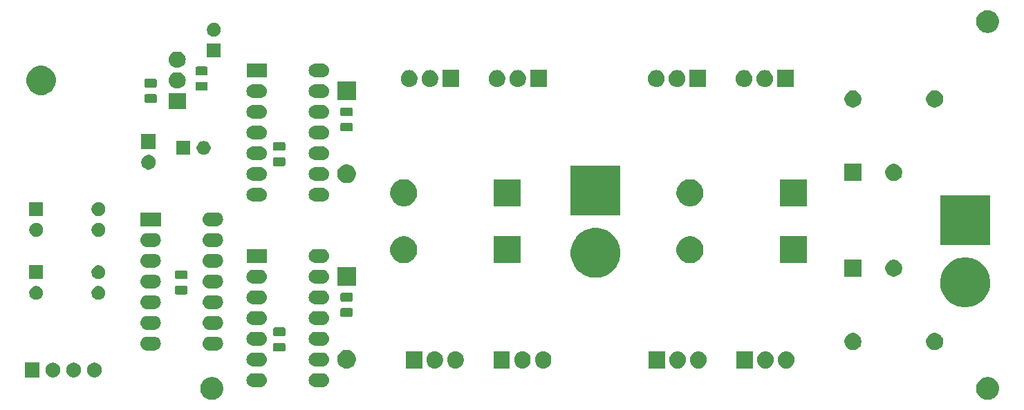
<source format=gbr>
G04 #@! TF.GenerationSoftware,KiCad,Pcbnew,5.1.5*
G04 #@! TF.CreationDate,2020-04-13T11:39:52+02:00*
G04 #@! TF.ProjectId,h_bridge,685f6272-6964-4676-952e-6b696361645f,rev?*
G04 #@! TF.SameCoordinates,Original*
G04 #@! TF.FileFunction,Soldermask,Bot*
G04 #@! TF.FilePolarity,Negative*
%FSLAX46Y46*%
G04 Gerber Fmt 4.6, Leading zero omitted, Abs format (unit mm)*
G04 Created by KiCad (PCBNEW 5.1.5) date 2020-04-13 11:39:52*
%MOMM*%
%LPD*%
G04 APERTURE LIST*
%ADD10C,0.100000*%
G04 APERTURE END LIST*
D10*
G36*
X222818433Y-148634893D02*
G01*
X222908657Y-148652839D01*
X223014267Y-148696585D01*
X223163621Y-148758449D01*
X223163622Y-148758450D01*
X223393086Y-148911772D01*
X223588228Y-149106914D01*
X223621577Y-149156825D01*
X223741551Y-149336379D01*
X223794859Y-149465076D01*
X223847161Y-149591343D01*
X223865107Y-149681567D01*
X223901000Y-149862012D01*
X223901000Y-150137988D01*
X223847161Y-150408656D01*
X223741551Y-150663621D01*
X223741550Y-150663622D01*
X223588228Y-150893086D01*
X223393086Y-151088228D01*
X223239763Y-151190675D01*
X223163621Y-151241551D01*
X223014267Y-151303415D01*
X222908657Y-151347161D01*
X222818433Y-151365107D01*
X222637988Y-151401000D01*
X222362012Y-151401000D01*
X222181567Y-151365107D01*
X222091343Y-151347161D01*
X221985733Y-151303415D01*
X221836379Y-151241551D01*
X221760237Y-151190675D01*
X221606914Y-151088228D01*
X221411772Y-150893086D01*
X221258450Y-150663622D01*
X221258449Y-150663621D01*
X221152839Y-150408656D01*
X221099000Y-150137988D01*
X221099000Y-149862012D01*
X221134893Y-149681567D01*
X221152839Y-149591343D01*
X221205141Y-149465076D01*
X221258449Y-149336379D01*
X221378423Y-149156825D01*
X221411772Y-149106914D01*
X221606914Y-148911772D01*
X221836378Y-148758450D01*
X221836379Y-148758449D01*
X221985733Y-148696585D01*
X222091343Y-148652839D01*
X222181567Y-148634893D01*
X222362012Y-148599000D01*
X222637988Y-148599000D01*
X222818433Y-148634893D01*
G37*
G36*
X127818433Y-148634893D02*
G01*
X127908657Y-148652839D01*
X128014267Y-148696585D01*
X128163621Y-148758449D01*
X128163622Y-148758450D01*
X128393086Y-148911772D01*
X128588228Y-149106914D01*
X128621577Y-149156825D01*
X128741551Y-149336379D01*
X128794859Y-149465076D01*
X128847161Y-149591343D01*
X128865107Y-149681567D01*
X128901000Y-149862012D01*
X128901000Y-150137988D01*
X128847161Y-150408656D01*
X128741551Y-150663621D01*
X128741550Y-150663622D01*
X128588228Y-150893086D01*
X128393086Y-151088228D01*
X128239763Y-151190675D01*
X128163621Y-151241551D01*
X128014267Y-151303415D01*
X127908657Y-151347161D01*
X127818433Y-151365107D01*
X127637988Y-151401000D01*
X127362012Y-151401000D01*
X127181567Y-151365107D01*
X127091343Y-151347161D01*
X126985733Y-151303415D01*
X126836379Y-151241551D01*
X126760237Y-151190675D01*
X126606914Y-151088228D01*
X126411772Y-150893086D01*
X126258450Y-150663622D01*
X126258449Y-150663621D01*
X126152839Y-150408656D01*
X126099000Y-150137988D01*
X126099000Y-149862012D01*
X126134893Y-149681567D01*
X126152839Y-149591343D01*
X126205141Y-149465076D01*
X126258449Y-149336379D01*
X126378423Y-149156825D01*
X126411772Y-149106914D01*
X126606914Y-148911772D01*
X126836378Y-148758450D01*
X126836379Y-148758449D01*
X126985733Y-148696585D01*
X127091343Y-148652839D01*
X127181567Y-148634893D01*
X127362012Y-148599000D01*
X127637988Y-148599000D01*
X127818433Y-148634893D01*
G37*
G36*
X141186823Y-148151313D02*
G01*
X141347242Y-148199976D01*
X141479906Y-148270886D01*
X141495078Y-148278996D01*
X141624659Y-148385341D01*
X141731004Y-148514922D01*
X141731005Y-148514924D01*
X141810024Y-148662758D01*
X141858687Y-148823177D01*
X141875117Y-148990000D01*
X141858687Y-149156823D01*
X141810024Y-149317242D01*
X141799795Y-149336379D01*
X141731004Y-149465078D01*
X141624659Y-149594659D01*
X141495078Y-149701004D01*
X141495076Y-149701005D01*
X141347242Y-149780024D01*
X141186823Y-149828687D01*
X141061804Y-149841000D01*
X140178196Y-149841000D01*
X140053177Y-149828687D01*
X139892758Y-149780024D01*
X139744924Y-149701005D01*
X139744922Y-149701004D01*
X139615341Y-149594659D01*
X139508996Y-149465078D01*
X139440205Y-149336379D01*
X139429976Y-149317242D01*
X139381313Y-149156823D01*
X139364883Y-148990000D01*
X139381313Y-148823177D01*
X139429976Y-148662758D01*
X139508995Y-148514924D01*
X139508996Y-148514922D01*
X139615341Y-148385341D01*
X139744922Y-148278996D01*
X139760094Y-148270886D01*
X139892758Y-148199976D01*
X140053177Y-148151313D01*
X140178196Y-148139000D01*
X141061804Y-148139000D01*
X141186823Y-148151313D01*
G37*
G36*
X133566823Y-148151313D02*
G01*
X133727242Y-148199976D01*
X133859906Y-148270886D01*
X133875078Y-148278996D01*
X134004659Y-148385341D01*
X134111004Y-148514922D01*
X134111005Y-148514924D01*
X134190024Y-148662758D01*
X134238687Y-148823177D01*
X134255117Y-148990000D01*
X134238687Y-149156823D01*
X134190024Y-149317242D01*
X134179795Y-149336379D01*
X134111004Y-149465078D01*
X134004659Y-149594659D01*
X133875078Y-149701004D01*
X133875076Y-149701005D01*
X133727242Y-149780024D01*
X133566823Y-149828687D01*
X133441804Y-149841000D01*
X132558196Y-149841000D01*
X132433177Y-149828687D01*
X132272758Y-149780024D01*
X132124924Y-149701005D01*
X132124922Y-149701004D01*
X131995341Y-149594659D01*
X131888996Y-149465078D01*
X131820205Y-149336379D01*
X131809976Y-149317242D01*
X131761313Y-149156823D01*
X131744883Y-148990000D01*
X131761313Y-148823177D01*
X131809976Y-148662758D01*
X131888995Y-148514924D01*
X131888996Y-148514922D01*
X131995341Y-148385341D01*
X132124922Y-148278996D01*
X132140094Y-148270886D01*
X132272758Y-148199976D01*
X132433177Y-148151313D01*
X132558196Y-148139000D01*
X133441804Y-148139000D01*
X133566823Y-148151313D01*
G37*
G36*
X110693512Y-146853927D02*
G01*
X110842812Y-146883624D01*
X111006784Y-146951544D01*
X111154354Y-147050147D01*
X111279853Y-147175646D01*
X111378456Y-147323216D01*
X111446376Y-147487188D01*
X111481000Y-147661259D01*
X111481000Y-147838741D01*
X111446376Y-148012812D01*
X111378456Y-148176784D01*
X111279853Y-148324354D01*
X111154354Y-148449853D01*
X111006784Y-148548456D01*
X110842812Y-148616376D01*
X110693512Y-148646073D01*
X110668742Y-148651000D01*
X110491258Y-148651000D01*
X110466488Y-148646073D01*
X110317188Y-148616376D01*
X110153216Y-148548456D01*
X110005646Y-148449853D01*
X109880147Y-148324354D01*
X109781544Y-148176784D01*
X109713624Y-148012812D01*
X109679000Y-147838741D01*
X109679000Y-147661259D01*
X109713624Y-147487188D01*
X109781544Y-147323216D01*
X109880147Y-147175646D01*
X110005646Y-147050147D01*
X110153216Y-146951544D01*
X110317188Y-146883624D01*
X110466488Y-146853927D01*
X110491258Y-146849000D01*
X110668742Y-146849000D01*
X110693512Y-146853927D01*
G37*
G36*
X108153512Y-146853927D02*
G01*
X108302812Y-146883624D01*
X108466784Y-146951544D01*
X108614354Y-147050147D01*
X108739853Y-147175646D01*
X108838456Y-147323216D01*
X108906376Y-147487188D01*
X108941000Y-147661259D01*
X108941000Y-147838741D01*
X108906376Y-148012812D01*
X108838456Y-148176784D01*
X108739853Y-148324354D01*
X108614354Y-148449853D01*
X108466784Y-148548456D01*
X108302812Y-148616376D01*
X108153512Y-148646073D01*
X108128742Y-148651000D01*
X107951258Y-148651000D01*
X107926488Y-148646073D01*
X107777188Y-148616376D01*
X107613216Y-148548456D01*
X107465646Y-148449853D01*
X107340147Y-148324354D01*
X107241544Y-148176784D01*
X107173624Y-148012812D01*
X107139000Y-147838741D01*
X107139000Y-147661259D01*
X107173624Y-147487188D01*
X107241544Y-147323216D01*
X107340147Y-147175646D01*
X107465646Y-147050147D01*
X107613216Y-146951544D01*
X107777188Y-146883624D01*
X107926488Y-146853927D01*
X107951258Y-146849000D01*
X108128742Y-146849000D01*
X108153512Y-146853927D01*
G37*
G36*
X106401000Y-148651000D02*
G01*
X104599000Y-148651000D01*
X104599000Y-146849000D01*
X106401000Y-146849000D01*
X106401000Y-148651000D01*
G37*
G36*
X113233512Y-146853927D02*
G01*
X113382812Y-146883624D01*
X113546784Y-146951544D01*
X113694354Y-147050147D01*
X113819853Y-147175646D01*
X113918456Y-147323216D01*
X113986376Y-147487188D01*
X114021000Y-147661259D01*
X114021000Y-147838741D01*
X113986376Y-148012812D01*
X113918456Y-148176784D01*
X113819853Y-148324354D01*
X113694354Y-148449853D01*
X113546784Y-148548456D01*
X113382812Y-148616376D01*
X113233512Y-148646073D01*
X113208742Y-148651000D01*
X113031258Y-148651000D01*
X113006488Y-148646073D01*
X112857188Y-148616376D01*
X112693216Y-148548456D01*
X112545646Y-148449853D01*
X112420147Y-148324354D01*
X112321544Y-148176784D01*
X112253624Y-148012812D01*
X112219000Y-147838741D01*
X112219000Y-147661259D01*
X112253624Y-147487188D01*
X112321544Y-147323216D01*
X112420147Y-147175646D01*
X112545646Y-147050147D01*
X112693216Y-146951544D01*
X112857188Y-146883624D01*
X113006488Y-146853927D01*
X113031258Y-146849000D01*
X113208742Y-146849000D01*
X113233512Y-146853927D01*
G37*
G36*
X144219059Y-145280024D02*
G01*
X144335734Y-145303232D01*
X144545203Y-145389997D01*
X144733720Y-145515960D01*
X144894040Y-145676280D01*
X145020003Y-145864797D01*
X145103601Y-146066619D01*
X145106768Y-146074267D01*
X145148323Y-146283175D01*
X145151000Y-146296636D01*
X145151000Y-146523364D01*
X145107070Y-146744218D01*
X145106768Y-146745733D01*
X145029043Y-146933380D01*
X145020003Y-146955203D01*
X144894040Y-147143720D01*
X144733720Y-147304040D01*
X144545203Y-147430003D01*
X144335734Y-147516768D01*
X144236635Y-147536480D01*
X144113365Y-147561000D01*
X143886635Y-147561000D01*
X143763365Y-147536480D01*
X143664266Y-147516768D01*
X143454797Y-147430003D01*
X143266280Y-147304040D01*
X143105960Y-147143720D01*
X142979997Y-146955203D01*
X142970958Y-146933380D01*
X142893232Y-146745733D01*
X142892931Y-146744218D01*
X142849000Y-146523364D01*
X142849000Y-146296636D01*
X142851678Y-146283175D01*
X142893232Y-146074267D01*
X142896400Y-146066619D01*
X142979997Y-145864797D01*
X143105960Y-145676280D01*
X143266280Y-145515960D01*
X143454797Y-145389997D01*
X143664266Y-145303232D01*
X143780941Y-145280024D01*
X143886635Y-145259000D01*
X144113365Y-145259000D01*
X144219059Y-145280024D01*
G37*
G36*
X187276719Y-145463520D02*
G01*
X187465880Y-145520901D01*
X187465883Y-145520902D01*
X187558333Y-145570318D01*
X187640212Y-145614083D01*
X187793015Y-145739485D01*
X187918417Y-145892288D01*
X188011599Y-146066619D01*
X188068980Y-146255780D01*
X188083500Y-146403206D01*
X188083500Y-146596793D01*
X188068980Y-146744219D01*
X188037195Y-146849000D01*
X188011598Y-146933383D01*
X187962182Y-147025833D01*
X187918417Y-147107712D01*
X187793015Y-147260515D01*
X187640212Y-147385917D01*
X187465881Y-147479099D01*
X187276720Y-147536480D01*
X187080000Y-147555855D01*
X186883281Y-147536480D01*
X186694120Y-147479099D01*
X186519788Y-147385917D01*
X186366985Y-147260515D01*
X186241583Y-147107712D01*
X186148401Y-146933381D01*
X186091020Y-146744220D01*
X186076500Y-146596794D01*
X186076500Y-146403207D01*
X186091020Y-146255781D01*
X186148401Y-146066620D01*
X186148402Y-146066617D01*
X186197818Y-145974167D01*
X186241583Y-145892288D01*
X186366985Y-145739485D01*
X186519788Y-145614083D01*
X186694119Y-145520901D01*
X186883280Y-145463520D01*
X187080000Y-145444145D01*
X187276719Y-145463520D01*
G37*
G36*
X184736719Y-145463520D02*
G01*
X184925880Y-145520901D01*
X184925883Y-145520902D01*
X185018333Y-145570318D01*
X185100212Y-145614083D01*
X185253015Y-145739485D01*
X185378417Y-145892288D01*
X185471599Y-146066619D01*
X185528980Y-146255780D01*
X185543500Y-146403206D01*
X185543500Y-146596793D01*
X185528980Y-146744219D01*
X185497195Y-146849000D01*
X185471598Y-146933383D01*
X185422182Y-147025833D01*
X185378417Y-147107712D01*
X185253015Y-147260515D01*
X185100212Y-147385917D01*
X184925881Y-147479099D01*
X184736720Y-147536480D01*
X184540000Y-147555855D01*
X184343281Y-147536480D01*
X184154120Y-147479099D01*
X183979788Y-147385917D01*
X183826985Y-147260515D01*
X183701583Y-147107712D01*
X183608401Y-146933381D01*
X183551020Y-146744220D01*
X183536500Y-146596794D01*
X183536500Y-146403207D01*
X183551020Y-146255781D01*
X183608401Y-146066620D01*
X183608402Y-146066617D01*
X183657818Y-145974167D01*
X183701583Y-145892288D01*
X183826985Y-145739485D01*
X183979788Y-145614083D01*
X184154119Y-145520901D01*
X184343280Y-145463520D01*
X184540000Y-145444145D01*
X184736719Y-145463520D01*
G37*
G36*
X154986719Y-145463520D02*
G01*
X155175880Y-145520901D01*
X155175883Y-145520902D01*
X155268333Y-145570318D01*
X155350212Y-145614083D01*
X155503015Y-145739485D01*
X155628417Y-145892288D01*
X155721599Y-146066619D01*
X155778980Y-146255780D01*
X155793500Y-146403206D01*
X155793500Y-146596793D01*
X155778980Y-146744219D01*
X155747195Y-146849000D01*
X155721598Y-146933383D01*
X155672182Y-147025833D01*
X155628417Y-147107712D01*
X155503015Y-147260515D01*
X155350212Y-147385917D01*
X155175881Y-147479099D01*
X154986720Y-147536480D01*
X154790000Y-147555855D01*
X154593281Y-147536480D01*
X154404120Y-147479099D01*
X154229788Y-147385917D01*
X154076985Y-147260515D01*
X153951583Y-147107712D01*
X153858401Y-146933381D01*
X153801020Y-146744220D01*
X153786500Y-146596794D01*
X153786500Y-146403207D01*
X153801020Y-146255781D01*
X153858401Y-146066620D01*
X153858402Y-146066617D01*
X153907818Y-145974167D01*
X153951583Y-145892288D01*
X154076985Y-145739485D01*
X154229788Y-145614083D01*
X154404119Y-145520901D01*
X154593280Y-145463520D01*
X154790000Y-145444145D01*
X154986719Y-145463520D01*
G37*
G36*
X157526719Y-145463520D02*
G01*
X157715880Y-145520901D01*
X157715883Y-145520902D01*
X157808333Y-145570318D01*
X157890212Y-145614083D01*
X158043015Y-145739485D01*
X158168417Y-145892288D01*
X158261599Y-146066619D01*
X158318980Y-146255780D01*
X158333500Y-146403206D01*
X158333500Y-146596793D01*
X158318980Y-146744219D01*
X158287195Y-146849000D01*
X158261598Y-146933383D01*
X158212182Y-147025833D01*
X158168417Y-147107712D01*
X158043015Y-147260515D01*
X157890212Y-147385917D01*
X157715881Y-147479099D01*
X157526720Y-147536480D01*
X157330000Y-147555855D01*
X157133281Y-147536480D01*
X156944120Y-147479099D01*
X156769788Y-147385917D01*
X156616985Y-147260515D01*
X156491583Y-147107712D01*
X156398401Y-146933381D01*
X156341020Y-146744220D01*
X156326500Y-146596794D01*
X156326500Y-146403207D01*
X156341020Y-146255781D01*
X156398401Y-146066620D01*
X156398402Y-146066617D01*
X156447818Y-145974167D01*
X156491583Y-145892288D01*
X156616985Y-145739485D01*
X156769788Y-145614083D01*
X156944119Y-145520901D01*
X157133280Y-145463520D01*
X157330000Y-145444145D01*
X157526719Y-145463520D01*
G37*
G36*
X195486719Y-145463520D02*
G01*
X195675880Y-145520901D01*
X195675883Y-145520902D01*
X195768333Y-145570318D01*
X195850212Y-145614083D01*
X196003015Y-145739485D01*
X196128417Y-145892288D01*
X196221599Y-146066619D01*
X196278980Y-146255780D01*
X196293500Y-146403206D01*
X196293500Y-146596793D01*
X196278980Y-146744219D01*
X196247195Y-146849000D01*
X196221598Y-146933383D01*
X196172182Y-147025833D01*
X196128417Y-147107712D01*
X196003015Y-147260515D01*
X195850212Y-147385917D01*
X195675881Y-147479099D01*
X195486720Y-147536480D01*
X195290000Y-147555855D01*
X195093281Y-147536480D01*
X194904120Y-147479099D01*
X194729788Y-147385917D01*
X194576985Y-147260515D01*
X194451583Y-147107712D01*
X194358401Y-146933381D01*
X194301020Y-146744220D01*
X194286500Y-146596794D01*
X194286500Y-146403207D01*
X194301020Y-146255781D01*
X194358401Y-146066620D01*
X194358402Y-146066617D01*
X194407818Y-145974167D01*
X194451583Y-145892288D01*
X194576985Y-145739485D01*
X194729788Y-145614083D01*
X194904119Y-145520901D01*
X195093280Y-145463520D01*
X195290000Y-145444145D01*
X195486719Y-145463520D01*
G37*
G36*
X198026719Y-145463520D02*
G01*
X198215880Y-145520901D01*
X198215883Y-145520902D01*
X198308333Y-145570318D01*
X198390212Y-145614083D01*
X198543015Y-145739485D01*
X198668417Y-145892288D01*
X198761599Y-146066619D01*
X198818980Y-146255780D01*
X198833500Y-146403206D01*
X198833500Y-146596793D01*
X198818980Y-146744219D01*
X198787195Y-146849000D01*
X198761598Y-146933383D01*
X198712182Y-147025833D01*
X198668417Y-147107712D01*
X198543015Y-147260515D01*
X198390212Y-147385917D01*
X198215881Y-147479099D01*
X198026720Y-147536480D01*
X197830000Y-147555855D01*
X197633281Y-147536480D01*
X197444120Y-147479099D01*
X197269788Y-147385917D01*
X197116985Y-147260515D01*
X196991583Y-147107712D01*
X196898401Y-146933381D01*
X196841020Y-146744220D01*
X196826500Y-146596794D01*
X196826500Y-146403207D01*
X196841020Y-146255781D01*
X196898401Y-146066620D01*
X196898402Y-146066617D01*
X196947818Y-145974167D01*
X196991583Y-145892288D01*
X197116985Y-145739485D01*
X197269788Y-145614083D01*
X197444119Y-145520901D01*
X197633280Y-145463520D01*
X197830000Y-145444145D01*
X198026719Y-145463520D01*
G37*
G36*
X168276719Y-145463520D02*
G01*
X168465880Y-145520901D01*
X168465883Y-145520902D01*
X168558333Y-145570318D01*
X168640212Y-145614083D01*
X168793015Y-145739485D01*
X168918417Y-145892288D01*
X169011599Y-146066619D01*
X169068980Y-146255780D01*
X169083500Y-146403206D01*
X169083500Y-146596793D01*
X169068980Y-146744219D01*
X169037195Y-146849000D01*
X169011598Y-146933383D01*
X168962182Y-147025833D01*
X168918417Y-147107712D01*
X168793015Y-147260515D01*
X168640212Y-147385917D01*
X168465881Y-147479099D01*
X168276720Y-147536480D01*
X168080000Y-147555855D01*
X167883281Y-147536480D01*
X167694120Y-147479099D01*
X167519788Y-147385917D01*
X167366985Y-147260515D01*
X167241583Y-147107712D01*
X167148401Y-146933381D01*
X167091020Y-146744220D01*
X167076500Y-146596794D01*
X167076500Y-146403207D01*
X167091020Y-146255781D01*
X167148401Y-146066620D01*
X167148402Y-146066617D01*
X167197818Y-145974167D01*
X167241583Y-145892288D01*
X167366985Y-145739485D01*
X167519788Y-145614083D01*
X167694119Y-145520901D01*
X167883280Y-145463520D01*
X168080000Y-145444145D01*
X168276719Y-145463520D01*
G37*
G36*
X165736719Y-145463520D02*
G01*
X165925880Y-145520901D01*
X165925883Y-145520902D01*
X166018333Y-145570318D01*
X166100212Y-145614083D01*
X166253015Y-145739485D01*
X166378417Y-145892288D01*
X166471599Y-146066619D01*
X166528980Y-146255780D01*
X166543500Y-146403206D01*
X166543500Y-146596793D01*
X166528980Y-146744219D01*
X166497195Y-146849000D01*
X166471598Y-146933383D01*
X166422182Y-147025833D01*
X166378417Y-147107712D01*
X166253015Y-147260515D01*
X166100212Y-147385917D01*
X165925881Y-147479099D01*
X165736720Y-147536480D01*
X165540000Y-147555855D01*
X165343281Y-147536480D01*
X165154120Y-147479099D01*
X164979788Y-147385917D01*
X164826985Y-147260515D01*
X164701583Y-147107712D01*
X164608401Y-146933381D01*
X164551020Y-146744220D01*
X164536500Y-146596794D01*
X164536500Y-146403207D01*
X164551020Y-146255781D01*
X164608401Y-146066620D01*
X164608402Y-146066617D01*
X164657818Y-145974167D01*
X164701583Y-145892288D01*
X164826985Y-145739485D01*
X164979788Y-145614083D01*
X165154119Y-145520901D01*
X165343280Y-145463520D01*
X165540000Y-145444145D01*
X165736719Y-145463520D01*
G37*
G36*
X193753500Y-147551000D02*
G01*
X191746500Y-147551000D01*
X191746500Y-145449000D01*
X193753500Y-145449000D01*
X193753500Y-147551000D01*
G37*
G36*
X183003500Y-147551000D02*
G01*
X180996500Y-147551000D01*
X180996500Y-145449000D01*
X183003500Y-145449000D01*
X183003500Y-147551000D01*
G37*
G36*
X153253500Y-147551000D02*
G01*
X151246500Y-147551000D01*
X151246500Y-145449000D01*
X153253500Y-145449000D01*
X153253500Y-147551000D01*
G37*
G36*
X164003500Y-147551000D02*
G01*
X161996500Y-147551000D01*
X161996500Y-145449000D01*
X164003500Y-145449000D01*
X164003500Y-147551000D01*
G37*
G36*
X141186823Y-145611313D02*
G01*
X141347242Y-145659976D01*
X141377746Y-145676281D01*
X141495078Y-145738996D01*
X141624659Y-145845341D01*
X141731004Y-145974922D01*
X141731005Y-145974924D01*
X141810024Y-146122758D01*
X141858687Y-146283177D01*
X141875117Y-146450000D01*
X141858687Y-146616823D01*
X141810024Y-146777242D01*
X141753161Y-146883625D01*
X141731004Y-146925078D01*
X141624659Y-147054659D01*
X141495078Y-147161004D01*
X141495076Y-147161005D01*
X141347242Y-147240024D01*
X141186823Y-147288687D01*
X141061804Y-147301000D01*
X140178196Y-147301000D01*
X140053177Y-147288687D01*
X139892758Y-147240024D01*
X139744924Y-147161005D01*
X139744922Y-147161004D01*
X139615341Y-147054659D01*
X139508996Y-146925078D01*
X139486839Y-146883625D01*
X139429976Y-146777242D01*
X139381313Y-146616823D01*
X139364883Y-146450000D01*
X139381313Y-146283177D01*
X139429976Y-146122758D01*
X139508995Y-145974924D01*
X139508996Y-145974922D01*
X139615341Y-145845341D01*
X139744922Y-145738996D01*
X139862254Y-145676281D01*
X139892758Y-145659976D01*
X140053177Y-145611313D01*
X140178196Y-145599000D01*
X141061804Y-145599000D01*
X141186823Y-145611313D01*
G37*
G36*
X133566823Y-145611313D02*
G01*
X133727242Y-145659976D01*
X133757746Y-145676281D01*
X133875078Y-145738996D01*
X134004659Y-145845341D01*
X134111004Y-145974922D01*
X134111005Y-145974924D01*
X134190024Y-146122758D01*
X134238687Y-146283177D01*
X134255117Y-146450000D01*
X134238687Y-146616823D01*
X134190024Y-146777242D01*
X134133161Y-146883625D01*
X134111004Y-146925078D01*
X134004659Y-147054659D01*
X133875078Y-147161004D01*
X133875076Y-147161005D01*
X133727242Y-147240024D01*
X133566823Y-147288687D01*
X133441804Y-147301000D01*
X132558196Y-147301000D01*
X132433177Y-147288687D01*
X132272758Y-147240024D01*
X132124924Y-147161005D01*
X132124922Y-147161004D01*
X131995341Y-147054659D01*
X131888996Y-146925078D01*
X131866839Y-146883625D01*
X131809976Y-146777242D01*
X131761313Y-146616823D01*
X131744883Y-146450000D01*
X131761313Y-146283177D01*
X131809976Y-146122758D01*
X131888995Y-145974924D01*
X131888996Y-145974922D01*
X131995341Y-145845341D01*
X132124922Y-145738996D01*
X132242254Y-145676281D01*
X132272758Y-145659976D01*
X132433177Y-145611313D01*
X132558196Y-145599000D01*
X133441804Y-145599000D01*
X133566823Y-145611313D01*
G37*
G36*
X136334468Y-144403565D02*
G01*
X136373138Y-144415296D01*
X136408777Y-144434346D01*
X136440017Y-144459983D01*
X136465654Y-144491223D01*
X136484704Y-144526862D01*
X136496435Y-144565532D01*
X136501000Y-144611888D01*
X136501000Y-145263112D01*
X136496435Y-145309468D01*
X136484704Y-145348138D01*
X136465654Y-145383777D01*
X136440017Y-145415017D01*
X136408777Y-145440654D01*
X136373138Y-145459704D01*
X136334468Y-145471435D01*
X136288112Y-145476000D01*
X135211888Y-145476000D01*
X135165532Y-145471435D01*
X135126862Y-145459704D01*
X135091223Y-145440654D01*
X135059983Y-145415017D01*
X135034346Y-145383777D01*
X135015296Y-145348138D01*
X135003565Y-145309468D01*
X134999000Y-145263112D01*
X134999000Y-144611888D01*
X135003565Y-144565532D01*
X135015296Y-144526862D01*
X135034346Y-144491223D01*
X135059983Y-144459983D01*
X135091223Y-144434346D01*
X135126862Y-144415296D01*
X135165532Y-144403565D01*
X135211888Y-144399000D01*
X136288112Y-144399000D01*
X136334468Y-144403565D01*
G37*
G36*
X120566823Y-143651313D02*
G01*
X120727242Y-143699976D01*
X120824884Y-143752167D01*
X120875078Y-143778996D01*
X121004659Y-143885341D01*
X121111004Y-144014922D01*
X121111005Y-144014924D01*
X121190024Y-144162758D01*
X121238687Y-144323177D01*
X121255117Y-144490000D01*
X121238687Y-144656823D01*
X121190024Y-144817242D01*
X121135113Y-144919973D01*
X121111004Y-144965078D01*
X121004659Y-145094659D01*
X120875078Y-145201004D01*
X120875076Y-145201005D01*
X120727242Y-145280024D01*
X120566823Y-145328687D01*
X120441804Y-145341000D01*
X119558196Y-145341000D01*
X119433177Y-145328687D01*
X119272758Y-145280024D01*
X119124924Y-145201005D01*
X119124922Y-145201004D01*
X118995341Y-145094659D01*
X118888996Y-144965078D01*
X118864887Y-144919973D01*
X118809976Y-144817242D01*
X118761313Y-144656823D01*
X118744883Y-144490000D01*
X118761313Y-144323177D01*
X118809976Y-144162758D01*
X118888995Y-144014924D01*
X118888996Y-144014922D01*
X118995341Y-143885341D01*
X119124922Y-143778996D01*
X119175116Y-143752167D01*
X119272758Y-143699976D01*
X119433177Y-143651313D01*
X119558196Y-143639000D01*
X120441804Y-143639000D01*
X120566823Y-143651313D01*
G37*
G36*
X128186823Y-143651313D02*
G01*
X128347242Y-143699976D01*
X128444884Y-143752167D01*
X128495078Y-143778996D01*
X128624659Y-143885341D01*
X128731004Y-144014922D01*
X128731005Y-144014924D01*
X128810024Y-144162758D01*
X128858687Y-144323177D01*
X128875117Y-144490000D01*
X128858687Y-144656823D01*
X128810024Y-144817242D01*
X128755113Y-144919973D01*
X128731004Y-144965078D01*
X128624659Y-145094659D01*
X128495078Y-145201004D01*
X128495076Y-145201005D01*
X128347242Y-145280024D01*
X128186823Y-145328687D01*
X128061804Y-145341000D01*
X127178196Y-145341000D01*
X127053177Y-145328687D01*
X126892758Y-145280024D01*
X126744924Y-145201005D01*
X126744922Y-145201004D01*
X126615341Y-145094659D01*
X126508996Y-144965078D01*
X126484887Y-144919973D01*
X126429976Y-144817242D01*
X126381313Y-144656823D01*
X126364883Y-144490000D01*
X126381313Y-144323177D01*
X126429976Y-144162758D01*
X126508995Y-144014924D01*
X126508996Y-144014922D01*
X126615341Y-143885341D01*
X126744922Y-143778996D01*
X126795116Y-143752167D01*
X126892758Y-143699976D01*
X127053177Y-143651313D01*
X127178196Y-143639000D01*
X128061804Y-143639000D01*
X128186823Y-143651313D01*
G37*
G36*
X216306564Y-143239389D02*
G01*
X216497833Y-143318615D01*
X216497835Y-143318616D01*
X216669973Y-143433635D01*
X216816365Y-143580027D01*
X216855770Y-143639000D01*
X216931385Y-143752167D01*
X217010611Y-143943436D01*
X217051000Y-144146484D01*
X217051000Y-144353516D01*
X217010611Y-144556564D01*
X216931385Y-144747833D01*
X216931384Y-144747835D01*
X216816365Y-144919973D01*
X216669973Y-145066365D01*
X216497835Y-145181384D01*
X216497834Y-145181385D01*
X216497833Y-145181385D01*
X216306564Y-145260611D01*
X216103516Y-145301000D01*
X215896484Y-145301000D01*
X215693436Y-145260611D01*
X215502167Y-145181385D01*
X215502166Y-145181385D01*
X215502165Y-145181384D01*
X215330027Y-145066365D01*
X215183635Y-144919973D01*
X215068616Y-144747835D01*
X215068615Y-144747833D01*
X214989389Y-144556564D01*
X214949000Y-144353516D01*
X214949000Y-144146484D01*
X214989389Y-143943436D01*
X215068615Y-143752167D01*
X215144231Y-143639000D01*
X215183635Y-143580027D01*
X215330027Y-143433635D01*
X215502165Y-143318616D01*
X215502167Y-143318615D01*
X215693436Y-143239389D01*
X215896484Y-143199000D01*
X216103516Y-143199000D01*
X216306564Y-143239389D01*
G37*
G36*
X206306564Y-143239389D02*
G01*
X206497833Y-143318615D01*
X206497835Y-143318616D01*
X206669973Y-143433635D01*
X206816365Y-143580027D01*
X206855770Y-143639000D01*
X206931385Y-143752167D01*
X207010611Y-143943436D01*
X207051000Y-144146484D01*
X207051000Y-144353516D01*
X207010611Y-144556564D01*
X206931385Y-144747833D01*
X206931384Y-144747835D01*
X206816365Y-144919973D01*
X206669973Y-145066365D01*
X206497835Y-145181384D01*
X206497834Y-145181385D01*
X206497833Y-145181385D01*
X206306564Y-145260611D01*
X206103516Y-145301000D01*
X205896484Y-145301000D01*
X205693436Y-145260611D01*
X205502167Y-145181385D01*
X205502166Y-145181385D01*
X205502165Y-145181384D01*
X205330027Y-145066365D01*
X205183635Y-144919973D01*
X205068616Y-144747835D01*
X205068615Y-144747833D01*
X204989389Y-144556564D01*
X204949000Y-144353516D01*
X204949000Y-144146484D01*
X204989389Y-143943436D01*
X205068615Y-143752167D01*
X205144231Y-143639000D01*
X205183635Y-143580027D01*
X205330027Y-143433635D01*
X205502165Y-143318616D01*
X205502167Y-143318615D01*
X205693436Y-143239389D01*
X205896484Y-143199000D01*
X206103516Y-143199000D01*
X206306564Y-143239389D01*
G37*
G36*
X141186823Y-143071313D02*
G01*
X141347242Y-143119976D01*
X141479906Y-143190886D01*
X141495078Y-143198996D01*
X141624659Y-143305341D01*
X141731004Y-143434922D01*
X141731005Y-143434924D01*
X141810024Y-143582758D01*
X141858687Y-143743177D01*
X141875117Y-143910000D01*
X141858687Y-144076823D01*
X141810024Y-144237242D01*
X141764092Y-144323175D01*
X141731004Y-144385078D01*
X141624659Y-144514659D01*
X141495078Y-144621004D01*
X141495076Y-144621005D01*
X141347242Y-144700024D01*
X141186823Y-144748687D01*
X141061804Y-144761000D01*
X140178196Y-144761000D01*
X140053177Y-144748687D01*
X139892758Y-144700024D01*
X139744924Y-144621005D01*
X139744922Y-144621004D01*
X139615341Y-144514659D01*
X139508996Y-144385078D01*
X139475908Y-144323175D01*
X139429976Y-144237242D01*
X139381313Y-144076823D01*
X139364883Y-143910000D01*
X139381313Y-143743177D01*
X139429976Y-143582758D01*
X139508995Y-143434924D01*
X139508996Y-143434922D01*
X139615341Y-143305341D01*
X139744922Y-143198996D01*
X139760094Y-143190886D01*
X139892758Y-143119976D01*
X140053177Y-143071313D01*
X140178196Y-143059000D01*
X141061804Y-143059000D01*
X141186823Y-143071313D01*
G37*
G36*
X133566823Y-143071313D02*
G01*
X133727242Y-143119976D01*
X133859906Y-143190886D01*
X133875078Y-143198996D01*
X134004659Y-143305341D01*
X134111004Y-143434922D01*
X134111005Y-143434924D01*
X134190024Y-143582758D01*
X134238687Y-143743177D01*
X134255117Y-143910000D01*
X134238687Y-144076823D01*
X134190024Y-144237242D01*
X134144092Y-144323175D01*
X134111004Y-144385078D01*
X134004659Y-144514659D01*
X133875078Y-144621004D01*
X133875076Y-144621005D01*
X133727242Y-144700024D01*
X133566823Y-144748687D01*
X133441804Y-144761000D01*
X132558196Y-144761000D01*
X132433177Y-144748687D01*
X132272758Y-144700024D01*
X132124924Y-144621005D01*
X132124922Y-144621004D01*
X131995341Y-144514659D01*
X131888996Y-144385078D01*
X131855908Y-144323175D01*
X131809976Y-144237242D01*
X131761313Y-144076823D01*
X131744883Y-143910000D01*
X131761313Y-143743177D01*
X131809976Y-143582758D01*
X131888995Y-143434924D01*
X131888996Y-143434922D01*
X131995341Y-143305341D01*
X132124922Y-143198996D01*
X132140094Y-143190886D01*
X132272758Y-143119976D01*
X132433177Y-143071313D01*
X132558196Y-143059000D01*
X133441804Y-143059000D01*
X133566823Y-143071313D01*
G37*
G36*
X136334468Y-142528565D02*
G01*
X136373138Y-142540296D01*
X136408777Y-142559346D01*
X136440017Y-142584983D01*
X136465654Y-142616223D01*
X136484704Y-142651862D01*
X136496435Y-142690532D01*
X136501000Y-142736888D01*
X136501000Y-143388112D01*
X136496435Y-143434468D01*
X136484704Y-143473138D01*
X136465654Y-143508777D01*
X136440017Y-143540017D01*
X136408777Y-143565654D01*
X136373138Y-143584704D01*
X136334468Y-143596435D01*
X136288112Y-143601000D01*
X135211888Y-143601000D01*
X135165532Y-143596435D01*
X135126862Y-143584704D01*
X135091223Y-143565654D01*
X135059983Y-143540017D01*
X135034346Y-143508777D01*
X135015296Y-143473138D01*
X135003565Y-143434468D01*
X134999000Y-143388112D01*
X134999000Y-142736888D01*
X135003565Y-142690532D01*
X135015296Y-142651862D01*
X135034346Y-142616223D01*
X135059983Y-142584983D01*
X135091223Y-142559346D01*
X135126862Y-142540296D01*
X135165532Y-142528565D01*
X135211888Y-142524000D01*
X136288112Y-142524000D01*
X136334468Y-142528565D01*
G37*
G36*
X120566823Y-141111313D02*
G01*
X120727242Y-141159976D01*
X120850764Y-141226000D01*
X120875078Y-141238996D01*
X121004659Y-141345341D01*
X121111004Y-141474922D01*
X121111005Y-141474924D01*
X121190024Y-141622758D01*
X121238687Y-141783177D01*
X121255117Y-141950000D01*
X121238687Y-142116823D01*
X121190024Y-142277242D01*
X121119114Y-142409906D01*
X121111004Y-142425078D01*
X121004659Y-142554659D01*
X120875078Y-142661004D01*
X120875076Y-142661005D01*
X120727242Y-142740024D01*
X120566823Y-142788687D01*
X120441804Y-142801000D01*
X119558196Y-142801000D01*
X119433177Y-142788687D01*
X119272758Y-142740024D01*
X119124924Y-142661005D01*
X119124922Y-142661004D01*
X118995341Y-142554659D01*
X118888996Y-142425078D01*
X118880886Y-142409906D01*
X118809976Y-142277242D01*
X118761313Y-142116823D01*
X118744883Y-141950000D01*
X118761313Y-141783177D01*
X118809976Y-141622758D01*
X118888995Y-141474924D01*
X118888996Y-141474922D01*
X118995341Y-141345341D01*
X119124922Y-141238996D01*
X119149236Y-141226000D01*
X119272758Y-141159976D01*
X119433177Y-141111313D01*
X119558196Y-141099000D01*
X120441804Y-141099000D01*
X120566823Y-141111313D01*
G37*
G36*
X128186823Y-141111313D02*
G01*
X128347242Y-141159976D01*
X128470764Y-141226000D01*
X128495078Y-141238996D01*
X128624659Y-141345341D01*
X128731004Y-141474922D01*
X128731005Y-141474924D01*
X128810024Y-141622758D01*
X128858687Y-141783177D01*
X128875117Y-141950000D01*
X128858687Y-142116823D01*
X128810024Y-142277242D01*
X128739114Y-142409906D01*
X128731004Y-142425078D01*
X128624659Y-142554659D01*
X128495078Y-142661004D01*
X128495076Y-142661005D01*
X128347242Y-142740024D01*
X128186823Y-142788687D01*
X128061804Y-142801000D01*
X127178196Y-142801000D01*
X127053177Y-142788687D01*
X126892758Y-142740024D01*
X126744924Y-142661005D01*
X126744922Y-142661004D01*
X126615341Y-142554659D01*
X126508996Y-142425078D01*
X126500886Y-142409906D01*
X126429976Y-142277242D01*
X126381313Y-142116823D01*
X126364883Y-141950000D01*
X126381313Y-141783177D01*
X126429976Y-141622758D01*
X126508995Y-141474924D01*
X126508996Y-141474922D01*
X126615341Y-141345341D01*
X126744922Y-141238996D01*
X126769236Y-141226000D01*
X126892758Y-141159976D01*
X127053177Y-141111313D01*
X127178196Y-141099000D01*
X128061804Y-141099000D01*
X128186823Y-141111313D01*
G37*
G36*
X141186823Y-140531313D02*
G01*
X141347242Y-140579976D01*
X141479906Y-140650886D01*
X141495078Y-140658996D01*
X141624659Y-140765341D01*
X141731004Y-140894922D01*
X141731005Y-140894924D01*
X141810024Y-141042758D01*
X141858687Y-141203177D01*
X141875117Y-141370000D01*
X141858687Y-141536823D01*
X141810024Y-141697242D01*
X141764092Y-141783175D01*
X141731004Y-141845078D01*
X141624659Y-141974659D01*
X141495078Y-142081004D01*
X141495076Y-142081005D01*
X141347242Y-142160024D01*
X141186823Y-142208687D01*
X141061804Y-142221000D01*
X140178196Y-142221000D01*
X140053177Y-142208687D01*
X139892758Y-142160024D01*
X139744924Y-142081005D01*
X139744922Y-142081004D01*
X139615341Y-141974659D01*
X139508996Y-141845078D01*
X139475908Y-141783175D01*
X139429976Y-141697242D01*
X139381313Y-141536823D01*
X139364883Y-141370000D01*
X139381313Y-141203177D01*
X139429976Y-141042758D01*
X139508995Y-140894924D01*
X139508996Y-140894922D01*
X139615341Y-140765341D01*
X139744922Y-140658996D01*
X139760094Y-140650886D01*
X139892758Y-140579976D01*
X140053177Y-140531313D01*
X140178196Y-140519000D01*
X141061804Y-140519000D01*
X141186823Y-140531313D01*
G37*
G36*
X133566823Y-140531313D02*
G01*
X133727242Y-140579976D01*
X133859906Y-140650886D01*
X133875078Y-140658996D01*
X134004659Y-140765341D01*
X134111004Y-140894922D01*
X134111005Y-140894924D01*
X134190024Y-141042758D01*
X134238687Y-141203177D01*
X134255117Y-141370000D01*
X134238687Y-141536823D01*
X134190024Y-141697242D01*
X134144092Y-141783175D01*
X134111004Y-141845078D01*
X134004659Y-141974659D01*
X133875078Y-142081004D01*
X133875076Y-142081005D01*
X133727242Y-142160024D01*
X133566823Y-142208687D01*
X133441804Y-142221000D01*
X132558196Y-142221000D01*
X132433177Y-142208687D01*
X132272758Y-142160024D01*
X132124924Y-142081005D01*
X132124922Y-142081004D01*
X131995341Y-141974659D01*
X131888996Y-141845078D01*
X131855908Y-141783175D01*
X131809976Y-141697242D01*
X131761313Y-141536823D01*
X131744883Y-141370000D01*
X131761313Y-141203177D01*
X131809976Y-141042758D01*
X131888995Y-140894924D01*
X131888996Y-140894922D01*
X131995341Y-140765341D01*
X132124922Y-140658996D01*
X132140094Y-140650886D01*
X132272758Y-140579976D01*
X132433177Y-140531313D01*
X132558196Y-140519000D01*
X133441804Y-140519000D01*
X133566823Y-140531313D01*
G37*
G36*
X144584468Y-140153565D02*
G01*
X144623138Y-140165296D01*
X144658777Y-140184346D01*
X144690017Y-140209983D01*
X144715654Y-140241223D01*
X144734704Y-140276862D01*
X144746435Y-140315532D01*
X144751000Y-140361888D01*
X144751000Y-141013112D01*
X144746435Y-141059468D01*
X144734704Y-141098138D01*
X144715654Y-141133777D01*
X144690017Y-141165017D01*
X144658777Y-141190654D01*
X144623138Y-141209704D01*
X144584468Y-141221435D01*
X144538112Y-141226000D01*
X143461888Y-141226000D01*
X143415532Y-141221435D01*
X143376862Y-141209704D01*
X143341223Y-141190654D01*
X143309983Y-141165017D01*
X143284346Y-141133777D01*
X143265296Y-141098138D01*
X143253565Y-141059468D01*
X143249000Y-141013112D01*
X143249000Y-140361888D01*
X143253565Y-140315532D01*
X143265296Y-140276862D01*
X143284346Y-140241223D01*
X143309983Y-140209983D01*
X143341223Y-140184346D01*
X143376862Y-140165296D01*
X143415532Y-140153565D01*
X143461888Y-140149000D01*
X144538112Y-140149000D01*
X144584468Y-140153565D01*
G37*
G36*
X120566823Y-138571313D02*
G01*
X120727242Y-138619976D01*
X120808065Y-138663177D01*
X120875078Y-138698996D01*
X121004659Y-138805341D01*
X121111004Y-138934922D01*
X121111005Y-138934924D01*
X121190024Y-139082758D01*
X121238687Y-139243177D01*
X121255117Y-139410000D01*
X121238687Y-139576823D01*
X121190024Y-139737242D01*
X121119114Y-139869906D01*
X121111004Y-139885078D01*
X121004659Y-140014659D01*
X120875078Y-140121004D01*
X120875076Y-140121005D01*
X120727242Y-140200024D01*
X120566823Y-140248687D01*
X120441804Y-140261000D01*
X119558196Y-140261000D01*
X119433177Y-140248687D01*
X119272758Y-140200024D01*
X119124924Y-140121005D01*
X119124922Y-140121004D01*
X118995341Y-140014659D01*
X118888996Y-139885078D01*
X118880886Y-139869906D01*
X118809976Y-139737242D01*
X118761313Y-139576823D01*
X118744883Y-139410000D01*
X118761313Y-139243177D01*
X118809976Y-139082758D01*
X118888995Y-138934924D01*
X118888996Y-138934922D01*
X118995341Y-138805341D01*
X119124922Y-138698996D01*
X119191935Y-138663177D01*
X119272758Y-138619976D01*
X119433177Y-138571313D01*
X119558196Y-138559000D01*
X120441804Y-138559000D01*
X120566823Y-138571313D01*
G37*
G36*
X128186823Y-138571313D02*
G01*
X128347242Y-138619976D01*
X128428065Y-138663177D01*
X128495078Y-138698996D01*
X128624659Y-138805341D01*
X128731004Y-138934922D01*
X128731005Y-138934924D01*
X128810024Y-139082758D01*
X128858687Y-139243177D01*
X128875117Y-139410000D01*
X128858687Y-139576823D01*
X128810024Y-139737242D01*
X128739114Y-139869906D01*
X128731004Y-139885078D01*
X128624659Y-140014659D01*
X128495078Y-140121004D01*
X128495076Y-140121005D01*
X128347242Y-140200024D01*
X128186823Y-140248687D01*
X128061804Y-140261000D01*
X127178196Y-140261000D01*
X127053177Y-140248687D01*
X126892758Y-140200024D01*
X126744924Y-140121005D01*
X126744922Y-140121004D01*
X126615341Y-140014659D01*
X126508996Y-139885078D01*
X126500886Y-139869906D01*
X126429976Y-139737242D01*
X126381313Y-139576823D01*
X126364883Y-139410000D01*
X126381313Y-139243177D01*
X126429976Y-139082758D01*
X126508995Y-138934924D01*
X126508996Y-138934922D01*
X126615341Y-138805341D01*
X126744922Y-138698996D01*
X126811935Y-138663177D01*
X126892758Y-138619976D01*
X127053177Y-138571313D01*
X127178196Y-138559000D01*
X128061804Y-138559000D01*
X128186823Y-138571313D01*
G37*
G36*
X220345170Y-133997879D02*
G01*
X220639868Y-134056498D01*
X221195067Y-134286469D01*
X221456276Y-134461004D01*
X221694733Y-134620335D01*
X222119665Y-135045267D01*
X222262565Y-135259133D01*
X222453531Y-135544933D01*
X222683502Y-136100132D01*
X222723457Y-136301000D01*
X222800740Y-136689527D01*
X222800740Y-137290473D01*
X222767022Y-137459983D01*
X222683502Y-137879868D01*
X222453531Y-138435067D01*
X222301112Y-138663177D01*
X222119665Y-138934733D01*
X221694733Y-139359665D01*
X221480867Y-139502565D01*
X221195067Y-139693531D01*
X220639868Y-139923502D01*
X220345170Y-139982121D01*
X220050473Y-140040740D01*
X219449527Y-140040740D01*
X219154830Y-139982121D01*
X218860132Y-139923502D01*
X218304933Y-139693531D01*
X218019133Y-139502565D01*
X217805267Y-139359665D01*
X217380335Y-138934733D01*
X217198888Y-138663177D01*
X217046469Y-138435067D01*
X216816498Y-137879868D01*
X216732978Y-137459983D01*
X216699260Y-137290473D01*
X216699260Y-136689527D01*
X216776543Y-136301000D01*
X216816498Y-136100132D01*
X217046469Y-135544933D01*
X217237435Y-135259133D01*
X217380335Y-135045267D01*
X217805267Y-134620335D01*
X218043724Y-134461004D01*
X218304933Y-134286469D01*
X218860132Y-134056498D01*
X219154830Y-133997879D01*
X219449527Y-133939260D01*
X220050473Y-133939260D01*
X220345170Y-133997879D01*
G37*
G36*
X133566823Y-137991313D02*
G01*
X133727242Y-138039976D01*
X133859906Y-138110886D01*
X133875078Y-138118996D01*
X134004659Y-138225341D01*
X134111004Y-138354922D01*
X134111005Y-138354924D01*
X134190024Y-138502758D01*
X134238687Y-138663177D01*
X134255117Y-138830000D01*
X134238687Y-138996823D01*
X134190024Y-139157242D01*
X134175471Y-139184468D01*
X134111004Y-139305078D01*
X134004659Y-139434659D01*
X133875078Y-139541004D01*
X133875076Y-139541005D01*
X133727242Y-139620024D01*
X133566823Y-139668687D01*
X133441804Y-139681000D01*
X132558196Y-139681000D01*
X132433177Y-139668687D01*
X132272758Y-139620024D01*
X132124924Y-139541005D01*
X132124922Y-139541004D01*
X131995341Y-139434659D01*
X131888996Y-139305078D01*
X131824529Y-139184468D01*
X131809976Y-139157242D01*
X131761313Y-138996823D01*
X131744883Y-138830000D01*
X131761313Y-138663177D01*
X131809976Y-138502758D01*
X131888995Y-138354924D01*
X131888996Y-138354922D01*
X131995341Y-138225341D01*
X132124922Y-138118996D01*
X132140094Y-138110886D01*
X132272758Y-138039976D01*
X132433177Y-137991313D01*
X132558196Y-137979000D01*
X133441804Y-137979000D01*
X133566823Y-137991313D01*
G37*
G36*
X141186823Y-137991313D02*
G01*
X141347242Y-138039976D01*
X141479906Y-138110886D01*
X141495078Y-138118996D01*
X141624659Y-138225341D01*
X141731004Y-138354922D01*
X141731005Y-138354924D01*
X141810024Y-138502758D01*
X141858687Y-138663177D01*
X141875117Y-138830000D01*
X141858687Y-138996823D01*
X141810024Y-139157242D01*
X141795471Y-139184468D01*
X141731004Y-139305078D01*
X141624659Y-139434659D01*
X141495078Y-139541004D01*
X141495076Y-139541005D01*
X141347242Y-139620024D01*
X141186823Y-139668687D01*
X141061804Y-139681000D01*
X140178196Y-139681000D01*
X140053177Y-139668687D01*
X139892758Y-139620024D01*
X139744924Y-139541005D01*
X139744922Y-139541004D01*
X139615341Y-139434659D01*
X139508996Y-139305078D01*
X139444529Y-139184468D01*
X139429976Y-139157242D01*
X139381313Y-138996823D01*
X139364883Y-138830000D01*
X139381313Y-138663177D01*
X139429976Y-138502758D01*
X139508995Y-138354924D01*
X139508996Y-138354922D01*
X139615341Y-138225341D01*
X139744922Y-138118996D01*
X139760094Y-138110886D01*
X139892758Y-138039976D01*
X140053177Y-137991313D01*
X140178196Y-137979000D01*
X141061804Y-137979000D01*
X141186823Y-137991313D01*
G37*
G36*
X144584468Y-138278565D02*
G01*
X144623138Y-138290296D01*
X144658777Y-138309346D01*
X144690017Y-138334983D01*
X144715654Y-138366223D01*
X144734704Y-138401862D01*
X144746435Y-138440532D01*
X144751000Y-138486888D01*
X144751000Y-139138112D01*
X144746435Y-139184468D01*
X144734704Y-139223138D01*
X144715654Y-139258777D01*
X144690017Y-139290017D01*
X144658777Y-139315654D01*
X144623138Y-139334704D01*
X144584468Y-139346435D01*
X144538112Y-139351000D01*
X143461888Y-139351000D01*
X143415532Y-139346435D01*
X143376862Y-139334704D01*
X143341223Y-139315654D01*
X143309983Y-139290017D01*
X143284346Y-139258777D01*
X143265296Y-139223138D01*
X143253565Y-139184468D01*
X143249000Y-139138112D01*
X143249000Y-138486888D01*
X143253565Y-138440532D01*
X143265296Y-138401862D01*
X143284346Y-138366223D01*
X143309983Y-138334983D01*
X143341223Y-138309346D01*
X143376862Y-138290296D01*
X143415532Y-138278565D01*
X143461888Y-138274000D01*
X144538112Y-138274000D01*
X144584468Y-138278565D01*
G37*
G36*
X106248228Y-137471703D02*
G01*
X106403100Y-137535853D01*
X106542481Y-137628985D01*
X106661015Y-137747519D01*
X106754147Y-137886900D01*
X106818297Y-138041772D01*
X106851000Y-138206184D01*
X106851000Y-138373816D01*
X106818297Y-138538228D01*
X106754147Y-138693100D01*
X106661015Y-138832481D01*
X106542481Y-138951015D01*
X106403100Y-139044147D01*
X106248228Y-139108297D01*
X106083816Y-139141000D01*
X105916184Y-139141000D01*
X105751772Y-139108297D01*
X105596900Y-139044147D01*
X105457519Y-138951015D01*
X105338985Y-138832481D01*
X105245853Y-138693100D01*
X105181703Y-138538228D01*
X105149000Y-138373816D01*
X105149000Y-138206184D01*
X105181703Y-138041772D01*
X105245853Y-137886900D01*
X105338985Y-137747519D01*
X105457519Y-137628985D01*
X105596900Y-137535853D01*
X105751772Y-137471703D01*
X105916184Y-137439000D01*
X106083816Y-137439000D01*
X106248228Y-137471703D01*
G37*
G36*
X113868228Y-137471703D02*
G01*
X114023100Y-137535853D01*
X114162481Y-137628985D01*
X114281015Y-137747519D01*
X114374147Y-137886900D01*
X114438297Y-138041772D01*
X114471000Y-138206184D01*
X114471000Y-138373816D01*
X114438297Y-138538228D01*
X114374147Y-138693100D01*
X114281015Y-138832481D01*
X114162481Y-138951015D01*
X114023100Y-139044147D01*
X113868228Y-139108297D01*
X113703816Y-139141000D01*
X113536184Y-139141000D01*
X113371772Y-139108297D01*
X113216900Y-139044147D01*
X113077519Y-138951015D01*
X112958985Y-138832481D01*
X112865853Y-138693100D01*
X112801703Y-138538228D01*
X112769000Y-138373816D01*
X112769000Y-138206184D01*
X112801703Y-138041772D01*
X112865853Y-137886900D01*
X112958985Y-137747519D01*
X113077519Y-137628985D01*
X113216900Y-137535853D01*
X113371772Y-137471703D01*
X113536184Y-137439000D01*
X113703816Y-137439000D01*
X113868228Y-137471703D01*
G37*
G36*
X124334468Y-137403565D02*
G01*
X124373138Y-137415296D01*
X124408777Y-137434346D01*
X124440017Y-137459983D01*
X124465654Y-137491223D01*
X124484704Y-137526862D01*
X124496435Y-137565532D01*
X124501000Y-137611888D01*
X124501000Y-138263112D01*
X124496435Y-138309468D01*
X124484704Y-138348138D01*
X124465654Y-138383777D01*
X124440017Y-138415017D01*
X124408777Y-138440654D01*
X124373138Y-138459704D01*
X124334468Y-138471435D01*
X124288112Y-138476000D01*
X123211888Y-138476000D01*
X123165532Y-138471435D01*
X123126862Y-138459704D01*
X123091223Y-138440654D01*
X123059983Y-138415017D01*
X123034346Y-138383777D01*
X123015296Y-138348138D01*
X123003565Y-138309468D01*
X122999000Y-138263112D01*
X122999000Y-137611888D01*
X123003565Y-137565532D01*
X123015296Y-137526862D01*
X123034346Y-137491223D01*
X123059983Y-137459983D01*
X123091223Y-137434346D01*
X123126862Y-137415296D01*
X123165532Y-137403565D01*
X123211888Y-137399000D01*
X124288112Y-137399000D01*
X124334468Y-137403565D01*
G37*
G36*
X128186823Y-136031313D02*
G01*
X128347242Y-136079976D01*
X128428065Y-136123177D01*
X128495078Y-136158996D01*
X128624659Y-136265341D01*
X128731004Y-136394922D01*
X128731005Y-136394924D01*
X128810024Y-136542758D01*
X128810025Y-136542761D01*
X128817771Y-136568295D01*
X128858687Y-136703177D01*
X128875117Y-136870000D01*
X128858687Y-137036823D01*
X128810024Y-137197242D01*
X128760191Y-137290472D01*
X128731004Y-137345078D01*
X128624659Y-137474659D01*
X128495078Y-137581004D01*
X128495076Y-137581005D01*
X128347242Y-137660024D01*
X128186823Y-137708687D01*
X128061804Y-137721000D01*
X127178196Y-137721000D01*
X127053177Y-137708687D01*
X126892758Y-137660024D01*
X126744924Y-137581005D01*
X126744922Y-137581004D01*
X126615341Y-137474659D01*
X126508996Y-137345078D01*
X126479809Y-137290472D01*
X126429976Y-137197242D01*
X126381313Y-137036823D01*
X126364883Y-136870000D01*
X126381313Y-136703177D01*
X126422229Y-136568295D01*
X126429975Y-136542761D01*
X126429976Y-136542758D01*
X126508995Y-136394924D01*
X126508996Y-136394922D01*
X126615341Y-136265341D01*
X126744922Y-136158996D01*
X126811935Y-136123177D01*
X126892758Y-136079976D01*
X127053177Y-136031313D01*
X127178196Y-136019000D01*
X128061804Y-136019000D01*
X128186823Y-136031313D01*
G37*
G36*
X120566823Y-136031313D02*
G01*
X120727242Y-136079976D01*
X120808065Y-136123177D01*
X120875078Y-136158996D01*
X121004659Y-136265341D01*
X121111004Y-136394922D01*
X121111005Y-136394924D01*
X121190024Y-136542758D01*
X121190025Y-136542761D01*
X121197771Y-136568295D01*
X121238687Y-136703177D01*
X121255117Y-136870000D01*
X121238687Y-137036823D01*
X121190024Y-137197242D01*
X121140191Y-137290472D01*
X121111004Y-137345078D01*
X121004659Y-137474659D01*
X120875078Y-137581004D01*
X120875076Y-137581005D01*
X120727242Y-137660024D01*
X120566823Y-137708687D01*
X120441804Y-137721000D01*
X119558196Y-137721000D01*
X119433177Y-137708687D01*
X119272758Y-137660024D01*
X119124924Y-137581005D01*
X119124922Y-137581004D01*
X118995341Y-137474659D01*
X118888996Y-137345078D01*
X118859809Y-137290472D01*
X118809976Y-137197242D01*
X118761313Y-137036823D01*
X118744883Y-136870000D01*
X118761313Y-136703177D01*
X118802229Y-136568295D01*
X118809975Y-136542761D01*
X118809976Y-136542758D01*
X118888995Y-136394924D01*
X118888996Y-136394922D01*
X118995341Y-136265341D01*
X119124922Y-136158996D01*
X119191935Y-136123177D01*
X119272758Y-136079976D01*
X119433177Y-136031313D01*
X119558196Y-136019000D01*
X120441804Y-136019000D01*
X120566823Y-136031313D01*
G37*
G36*
X145151000Y-137401000D02*
G01*
X142849000Y-137401000D01*
X142849000Y-135099000D01*
X145151000Y-135099000D01*
X145151000Y-137401000D01*
G37*
G36*
X141186823Y-135451313D02*
G01*
X141347242Y-135499976D01*
X141453112Y-135556565D01*
X141495078Y-135578996D01*
X141624659Y-135685341D01*
X141731004Y-135814922D01*
X141731005Y-135814924D01*
X141810024Y-135962758D01*
X141858687Y-136123177D01*
X141875117Y-136290000D01*
X141858687Y-136456823D01*
X141810024Y-136617242D01*
X141771387Y-136689527D01*
X141731004Y-136765078D01*
X141624659Y-136894659D01*
X141495078Y-137001004D01*
X141495076Y-137001005D01*
X141347242Y-137080024D01*
X141186823Y-137128687D01*
X141061804Y-137141000D01*
X140178196Y-137141000D01*
X140053177Y-137128687D01*
X139892758Y-137080024D01*
X139744924Y-137001005D01*
X139744922Y-137001004D01*
X139615341Y-136894659D01*
X139508996Y-136765078D01*
X139468613Y-136689527D01*
X139429976Y-136617242D01*
X139381313Y-136456823D01*
X139364883Y-136290000D01*
X139381313Y-136123177D01*
X139429976Y-135962758D01*
X139508995Y-135814924D01*
X139508996Y-135814922D01*
X139615341Y-135685341D01*
X139744922Y-135578996D01*
X139786888Y-135556565D01*
X139892758Y-135499976D01*
X140053177Y-135451313D01*
X140178196Y-135439000D01*
X141061804Y-135439000D01*
X141186823Y-135451313D01*
G37*
G36*
X133566823Y-135451313D02*
G01*
X133727242Y-135499976D01*
X133833112Y-135556565D01*
X133875078Y-135578996D01*
X134004659Y-135685341D01*
X134111004Y-135814922D01*
X134111005Y-135814924D01*
X134190024Y-135962758D01*
X134238687Y-136123177D01*
X134255117Y-136290000D01*
X134238687Y-136456823D01*
X134190024Y-136617242D01*
X134151387Y-136689527D01*
X134111004Y-136765078D01*
X134004659Y-136894659D01*
X133875078Y-137001004D01*
X133875076Y-137001005D01*
X133727242Y-137080024D01*
X133566823Y-137128687D01*
X133441804Y-137141000D01*
X132558196Y-137141000D01*
X132433177Y-137128687D01*
X132272758Y-137080024D01*
X132124924Y-137001005D01*
X132124922Y-137001004D01*
X131995341Y-136894659D01*
X131888996Y-136765078D01*
X131848613Y-136689527D01*
X131809976Y-136617242D01*
X131761313Y-136456823D01*
X131744883Y-136290000D01*
X131761313Y-136123177D01*
X131809976Y-135962758D01*
X131888995Y-135814924D01*
X131888996Y-135814922D01*
X131995341Y-135685341D01*
X132124922Y-135578996D01*
X132166888Y-135556565D01*
X132272758Y-135499976D01*
X132433177Y-135451313D01*
X132558196Y-135439000D01*
X133441804Y-135439000D01*
X133566823Y-135451313D01*
G37*
G36*
X113868228Y-134931703D02*
G01*
X114023100Y-134995853D01*
X114162481Y-135088985D01*
X114281015Y-135207519D01*
X114374147Y-135346900D01*
X114438297Y-135501772D01*
X114471000Y-135666184D01*
X114471000Y-135833816D01*
X114438297Y-135998228D01*
X114374147Y-136153100D01*
X114281015Y-136292481D01*
X114162481Y-136411015D01*
X114023100Y-136504147D01*
X113868228Y-136568297D01*
X113703816Y-136601000D01*
X113536184Y-136601000D01*
X113371772Y-136568297D01*
X113216900Y-136504147D01*
X113077519Y-136411015D01*
X112958985Y-136292481D01*
X112865853Y-136153100D01*
X112801703Y-135998228D01*
X112769000Y-135833816D01*
X112769000Y-135666184D01*
X112801703Y-135501772D01*
X112865853Y-135346900D01*
X112958985Y-135207519D01*
X113077519Y-135088985D01*
X113216900Y-134995853D01*
X113371772Y-134931703D01*
X113536184Y-134899000D01*
X113703816Y-134899000D01*
X113868228Y-134931703D01*
G37*
G36*
X106851000Y-136601000D02*
G01*
X105149000Y-136601000D01*
X105149000Y-134899000D01*
X106851000Y-134899000D01*
X106851000Y-136601000D01*
G37*
G36*
X124334468Y-135528565D02*
G01*
X124373138Y-135540296D01*
X124408777Y-135559346D01*
X124440017Y-135584983D01*
X124465654Y-135616223D01*
X124484704Y-135651862D01*
X124496435Y-135690532D01*
X124501000Y-135736888D01*
X124501000Y-136388112D01*
X124496435Y-136434468D01*
X124484704Y-136473138D01*
X124465654Y-136508777D01*
X124440017Y-136540017D01*
X124408777Y-136565654D01*
X124373138Y-136584704D01*
X124334468Y-136596435D01*
X124288112Y-136601000D01*
X123211888Y-136601000D01*
X123165532Y-136596435D01*
X123126862Y-136584704D01*
X123091223Y-136565654D01*
X123059983Y-136540017D01*
X123034346Y-136508777D01*
X123015296Y-136473138D01*
X123003565Y-136434468D01*
X122999000Y-136388112D01*
X122999000Y-135736888D01*
X123003565Y-135690532D01*
X123015296Y-135651862D01*
X123034346Y-135616223D01*
X123059983Y-135584983D01*
X123091223Y-135559346D01*
X123126862Y-135540296D01*
X123165532Y-135528565D01*
X123211888Y-135524000D01*
X124288112Y-135524000D01*
X124334468Y-135528565D01*
G37*
G36*
X175095170Y-130377879D02*
G01*
X175389868Y-130436498D01*
X175945067Y-130666469D01*
X176127293Y-130788229D01*
X176444733Y-131000335D01*
X176869665Y-131425267D01*
X176944257Y-131536903D01*
X177203531Y-131924933D01*
X177433502Y-132480132D01*
X177550740Y-133069528D01*
X177550740Y-133670472D01*
X177433502Y-134259868D01*
X177203531Y-134815067D01*
X177049716Y-135045267D01*
X176869665Y-135314733D01*
X176444733Y-135739665D01*
X176303825Y-135833816D01*
X175945067Y-136073531D01*
X175389868Y-136303502D01*
X175095170Y-136362121D01*
X174800473Y-136420740D01*
X174199527Y-136420740D01*
X173904830Y-136362121D01*
X173610132Y-136303502D01*
X173054933Y-136073531D01*
X172696175Y-135833816D01*
X172555267Y-135739665D01*
X172130335Y-135314733D01*
X171950284Y-135045267D01*
X171796469Y-134815067D01*
X171566498Y-134259868D01*
X171449260Y-133670472D01*
X171449260Y-133069528D01*
X171566498Y-132480132D01*
X171796469Y-131924933D01*
X172055743Y-131536903D01*
X172130335Y-131425267D01*
X172555267Y-131000335D01*
X172872707Y-130788229D01*
X173054933Y-130666469D01*
X173610132Y-130436498D01*
X173904830Y-130377879D01*
X174199527Y-130319260D01*
X174800473Y-130319260D01*
X175095170Y-130377879D01*
G37*
G36*
X211306564Y-134239389D02*
G01*
X211420225Y-134286469D01*
X211497835Y-134318616D01*
X211514872Y-134330000D01*
X211669973Y-134433635D01*
X211816365Y-134580027D01*
X211931385Y-134752167D01*
X212010611Y-134943436D01*
X212051000Y-135146484D01*
X212051000Y-135353516D01*
X212010611Y-135556564D01*
X211934769Y-135739664D01*
X211931384Y-135747835D01*
X211816365Y-135919973D01*
X211669973Y-136066365D01*
X211497835Y-136181384D01*
X211497834Y-136181385D01*
X211497833Y-136181385D01*
X211306564Y-136260611D01*
X211103516Y-136301000D01*
X210896484Y-136301000D01*
X210693436Y-136260611D01*
X210502167Y-136181385D01*
X210502166Y-136181385D01*
X210502165Y-136181384D01*
X210330027Y-136066365D01*
X210183635Y-135919973D01*
X210068616Y-135747835D01*
X210065231Y-135739664D01*
X209989389Y-135556564D01*
X209949000Y-135353516D01*
X209949000Y-135146484D01*
X209989389Y-134943436D01*
X210068615Y-134752167D01*
X210183635Y-134580027D01*
X210330027Y-134433635D01*
X210485128Y-134330000D01*
X210502165Y-134318616D01*
X210579775Y-134286469D01*
X210693436Y-134239389D01*
X210896484Y-134199000D01*
X211103516Y-134199000D01*
X211306564Y-134239389D01*
G37*
G36*
X207051000Y-136301000D02*
G01*
X204949000Y-136301000D01*
X204949000Y-134199000D01*
X207051000Y-134199000D01*
X207051000Y-136301000D01*
G37*
G36*
X128186823Y-133491313D02*
G01*
X128347242Y-133539976D01*
X128428065Y-133583177D01*
X128495078Y-133618996D01*
X128624659Y-133725341D01*
X128731004Y-133854922D01*
X128731005Y-133854924D01*
X128810024Y-134002758D01*
X128858687Y-134163177D01*
X128875117Y-134330000D01*
X128858687Y-134496823D01*
X128810024Y-134657242D01*
X128759285Y-134752167D01*
X128731004Y-134805078D01*
X128624659Y-134934659D01*
X128495078Y-135041004D01*
X128495076Y-135041005D01*
X128347242Y-135120024D01*
X128186823Y-135168687D01*
X128061804Y-135181000D01*
X127178196Y-135181000D01*
X127053177Y-135168687D01*
X126892758Y-135120024D01*
X126744924Y-135041005D01*
X126744922Y-135041004D01*
X126615341Y-134934659D01*
X126508996Y-134805078D01*
X126480715Y-134752167D01*
X126429976Y-134657242D01*
X126381313Y-134496823D01*
X126364883Y-134330000D01*
X126381313Y-134163177D01*
X126429976Y-134002758D01*
X126508995Y-133854924D01*
X126508996Y-133854922D01*
X126615341Y-133725341D01*
X126744922Y-133618996D01*
X126811935Y-133583177D01*
X126892758Y-133539976D01*
X127053177Y-133491313D01*
X127178196Y-133479000D01*
X128061804Y-133479000D01*
X128186823Y-133491313D01*
G37*
G36*
X120566823Y-133491313D02*
G01*
X120727242Y-133539976D01*
X120808065Y-133583177D01*
X120875078Y-133618996D01*
X121004659Y-133725341D01*
X121111004Y-133854922D01*
X121111005Y-133854924D01*
X121190024Y-134002758D01*
X121238687Y-134163177D01*
X121255117Y-134330000D01*
X121238687Y-134496823D01*
X121190024Y-134657242D01*
X121139285Y-134752167D01*
X121111004Y-134805078D01*
X121004659Y-134934659D01*
X120875078Y-135041004D01*
X120875076Y-135041005D01*
X120727242Y-135120024D01*
X120566823Y-135168687D01*
X120441804Y-135181000D01*
X119558196Y-135181000D01*
X119433177Y-135168687D01*
X119272758Y-135120024D01*
X119124924Y-135041005D01*
X119124922Y-135041004D01*
X118995341Y-134934659D01*
X118888996Y-134805078D01*
X118860715Y-134752167D01*
X118809976Y-134657242D01*
X118761313Y-134496823D01*
X118744883Y-134330000D01*
X118761313Y-134163177D01*
X118809976Y-134002758D01*
X118888995Y-133854924D01*
X118888996Y-133854922D01*
X118995341Y-133725341D01*
X119124922Y-133618996D01*
X119191935Y-133583177D01*
X119272758Y-133539976D01*
X119433177Y-133491313D01*
X119558196Y-133479000D01*
X120441804Y-133479000D01*
X120566823Y-133491313D01*
G37*
G36*
X151373758Y-131391000D02*
G01*
X151481579Y-131412447D01*
X151782042Y-131536903D01*
X152052451Y-131717585D01*
X152282415Y-131947549D01*
X152463097Y-132217958D01*
X152587553Y-132518421D01*
X152651000Y-132837391D01*
X152651000Y-133162609D01*
X152587553Y-133481579D01*
X152463097Y-133782042D01*
X152282415Y-134052451D01*
X152052451Y-134282415D01*
X151782042Y-134463097D01*
X151481579Y-134587553D01*
X151413976Y-134601000D01*
X151162611Y-134651000D01*
X150837389Y-134651000D01*
X150586024Y-134601000D01*
X150518421Y-134587553D01*
X150217958Y-134463097D01*
X149947549Y-134282415D01*
X149717585Y-134052451D01*
X149536903Y-133782042D01*
X149412447Y-133481579D01*
X149349000Y-133162609D01*
X149349000Y-132837391D01*
X149412447Y-132518421D01*
X149536903Y-132217958D01*
X149717585Y-131947549D01*
X149947549Y-131717585D01*
X150217958Y-131536903D01*
X150518421Y-131412447D01*
X150626242Y-131391000D01*
X150837389Y-131349000D01*
X151162611Y-131349000D01*
X151373758Y-131391000D01*
G37*
G36*
X200401000Y-134651000D02*
G01*
X197099000Y-134651000D01*
X197099000Y-131349000D01*
X200401000Y-131349000D01*
X200401000Y-134651000D01*
G37*
G36*
X165351000Y-134651000D02*
G01*
X162049000Y-134651000D01*
X162049000Y-131349000D01*
X165351000Y-131349000D01*
X165351000Y-134651000D01*
G37*
G36*
X186423758Y-131391000D02*
G01*
X186531579Y-131412447D01*
X186832042Y-131536903D01*
X187102451Y-131717585D01*
X187332415Y-131947549D01*
X187513097Y-132217958D01*
X187637553Y-132518421D01*
X187701000Y-132837391D01*
X187701000Y-133162609D01*
X187637553Y-133481579D01*
X187513097Y-133782042D01*
X187332415Y-134052451D01*
X187102451Y-134282415D01*
X186832042Y-134463097D01*
X186531579Y-134587553D01*
X186463976Y-134601000D01*
X186212611Y-134651000D01*
X185887389Y-134651000D01*
X185636024Y-134601000D01*
X185568421Y-134587553D01*
X185267958Y-134463097D01*
X184997549Y-134282415D01*
X184767585Y-134052451D01*
X184586903Y-133782042D01*
X184462447Y-133481579D01*
X184399000Y-133162609D01*
X184399000Y-132837391D01*
X184462447Y-132518421D01*
X184586903Y-132217958D01*
X184767585Y-131947549D01*
X184997549Y-131717585D01*
X185267958Y-131536903D01*
X185568421Y-131412447D01*
X185676242Y-131391000D01*
X185887389Y-131349000D01*
X186212611Y-131349000D01*
X186423758Y-131391000D01*
G37*
G36*
X141186823Y-132911313D02*
G01*
X141347242Y-132959976D01*
X141479906Y-133030886D01*
X141495078Y-133038996D01*
X141624659Y-133145341D01*
X141731004Y-133274922D01*
X141731005Y-133274924D01*
X141810024Y-133422758D01*
X141858687Y-133583177D01*
X141875117Y-133750000D01*
X141858687Y-133916823D01*
X141810024Y-134077242D01*
X141764092Y-134163175D01*
X141731004Y-134225078D01*
X141624659Y-134354659D01*
X141495078Y-134461004D01*
X141495076Y-134461005D01*
X141347242Y-134540024D01*
X141186823Y-134588687D01*
X141061804Y-134601000D01*
X140178196Y-134601000D01*
X140053177Y-134588687D01*
X139892758Y-134540024D01*
X139744924Y-134461005D01*
X139744922Y-134461004D01*
X139615341Y-134354659D01*
X139508996Y-134225078D01*
X139475908Y-134163175D01*
X139429976Y-134077242D01*
X139381313Y-133916823D01*
X139364883Y-133750000D01*
X139381313Y-133583177D01*
X139429976Y-133422758D01*
X139508995Y-133274924D01*
X139508996Y-133274922D01*
X139615341Y-133145341D01*
X139744922Y-133038996D01*
X139760094Y-133030886D01*
X139892758Y-132959976D01*
X140053177Y-132911313D01*
X140178196Y-132899000D01*
X141061804Y-132899000D01*
X141186823Y-132911313D01*
G37*
G36*
X134251000Y-134601000D02*
G01*
X131749000Y-134601000D01*
X131749000Y-132899000D01*
X134251000Y-132899000D01*
X134251000Y-134601000D01*
G37*
G36*
X128186823Y-130951313D02*
G01*
X128347242Y-130999976D01*
X128479906Y-131070886D01*
X128495078Y-131078996D01*
X128624659Y-131185341D01*
X128731004Y-131314922D01*
X128731005Y-131314924D01*
X128810024Y-131462758D01*
X128858687Y-131623177D01*
X128875117Y-131790000D01*
X128858687Y-131956823D01*
X128810024Y-132117242D01*
X128756190Y-132217958D01*
X128731004Y-132265078D01*
X128624659Y-132394659D01*
X128495078Y-132501004D01*
X128495076Y-132501005D01*
X128347242Y-132580024D01*
X128186823Y-132628687D01*
X128061804Y-132641000D01*
X127178196Y-132641000D01*
X127053177Y-132628687D01*
X126892758Y-132580024D01*
X126744924Y-132501005D01*
X126744922Y-132501004D01*
X126615341Y-132394659D01*
X126508996Y-132265078D01*
X126483810Y-132217958D01*
X126429976Y-132117242D01*
X126381313Y-131956823D01*
X126364883Y-131790000D01*
X126381313Y-131623177D01*
X126429976Y-131462758D01*
X126508995Y-131314924D01*
X126508996Y-131314922D01*
X126615341Y-131185341D01*
X126744922Y-131078996D01*
X126760094Y-131070886D01*
X126892758Y-130999976D01*
X127053177Y-130951313D01*
X127178196Y-130939000D01*
X128061804Y-130939000D01*
X128186823Y-130951313D01*
G37*
G36*
X120566823Y-130951313D02*
G01*
X120727242Y-130999976D01*
X120859906Y-131070886D01*
X120875078Y-131078996D01*
X121004659Y-131185341D01*
X121111004Y-131314922D01*
X121111005Y-131314924D01*
X121190024Y-131462758D01*
X121238687Y-131623177D01*
X121255117Y-131790000D01*
X121238687Y-131956823D01*
X121190024Y-132117242D01*
X121136190Y-132217958D01*
X121111004Y-132265078D01*
X121004659Y-132394659D01*
X120875078Y-132501004D01*
X120875076Y-132501005D01*
X120727242Y-132580024D01*
X120566823Y-132628687D01*
X120441804Y-132641000D01*
X119558196Y-132641000D01*
X119433177Y-132628687D01*
X119272758Y-132580024D01*
X119124924Y-132501005D01*
X119124922Y-132501004D01*
X118995341Y-132394659D01*
X118888996Y-132265078D01*
X118863810Y-132217958D01*
X118809976Y-132117242D01*
X118761313Y-131956823D01*
X118744883Y-131790000D01*
X118761313Y-131623177D01*
X118809976Y-131462758D01*
X118888995Y-131314924D01*
X118888996Y-131314922D01*
X118995341Y-131185341D01*
X119124922Y-131078996D01*
X119140094Y-131070886D01*
X119272758Y-130999976D01*
X119433177Y-130951313D01*
X119558196Y-130939000D01*
X120441804Y-130939000D01*
X120566823Y-130951313D01*
G37*
G36*
X222800740Y-132420740D02*
G01*
X216699260Y-132420740D01*
X216699260Y-126319260D01*
X222800740Y-126319260D01*
X222800740Y-132420740D01*
G37*
G36*
X106248228Y-129721703D02*
G01*
X106403100Y-129785853D01*
X106542481Y-129878985D01*
X106661015Y-129997519D01*
X106754147Y-130136900D01*
X106818297Y-130291772D01*
X106851000Y-130456184D01*
X106851000Y-130623816D01*
X106818297Y-130788228D01*
X106754147Y-130943100D01*
X106661015Y-131082481D01*
X106542481Y-131201015D01*
X106403100Y-131294147D01*
X106248228Y-131358297D01*
X106083816Y-131391000D01*
X105916184Y-131391000D01*
X105751772Y-131358297D01*
X105596900Y-131294147D01*
X105457519Y-131201015D01*
X105338985Y-131082481D01*
X105245853Y-130943100D01*
X105181703Y-130788228D01*
X105149000Y-130623816D01*
X105149000Y-130456184D01*
X105181703Y-130291772D01*
X105245853Y-130136900D01*
X105338985Y-129997519D01*
X105457519Y-129878985D01*
X105596900Y-129785853D01*
X105751772Y-129721703D01*
X105916184Y-129689000D01*
X106083816Y-129689000D01*
X106248228Y-129721703D01*
G37*
G36*
X113868228Y-129721703D02*
G01*
X114023100Y-129785853D01*
X114162481Y-129878985D01*
X114281015Y-129997519D01*
X114374147Y-130136900D01*
X114438297Y-130291772D01*
X114471000Y-130456184D01*
X114471000Y-130623816D01*
X114438297Y-130788228D01*
X114374147Y-130943100D01*
X114281015Y-131082481D01*
X114162481Y-131201015D01*
X114023100Y-131294147D01*
X113868228Y-131358297D01*
X113703816Y-131391000D01*
X113536184Y-131391000D01*
X113371772Y-131358297D01*
X113216900Y-131294147D01*
X113077519Y-131201015D01*
X112958985Y-131082481D01*
X112865853Y-130943100D01*
X112801703Y-130788228D01*
X112769000Y-130623816D01*
X112769000Y-130456184D01*
X112801703Y-130291772D01*
X112865853Y-130136900D01*
X112958985Y-129997519D01*
X113077519Y-129878985D01*
X113216900Y-129785853D01*
X113371772Y-129721703D01*
X113536184Y-129689000D01*
X113703816Y-129689000D01*
X113868228Y-129721703D01*
G37*
G36*
X121251000Y-130101000D02*
G01*
X118749000Y-130101000D01*
X118749000Y-128399000D01*
X121251000Y-128399000D01*
X121251000Y-130101000D01*
G37*
G36*
X128186823Y-128411313D02*
G01*
X128347242Y-128459976D01*
X128479906Y-128530886D01*
X128495078Y-128538996D01*
X128624659Y-128645341D01*
X128731004Y-128774922D01*
X128731005Y-128774924D01*
X128810024Y-128922758D01*
X128858687Y-129083177D01*
X128875117Y-129250000D01*
X128858687Y-129416823D01*
X128810024Y-129577242D01*
X128750288Y-129689000D01*
X128731004Y-129725078D01*
X128624659Y-129854659D01*
X128495078Y-129961004D01*
X128495076Y-129961005D01*
X128347242Y-130040024D01*
X128186823Y-130088687D01*
X128061804Y-130101000D01*
X127178196Y-130101000D01*
X127053177Y-130088687D01*
X126892758Y-130040024D01*
X126744924Y-129961005D01*
X126744922Y-129961004D01*
X126615341Y-129854659D01*
X126508996Y-129725078D01*
X126489712Y-129689000D01*
X126429976Y-129577242D01*
X126381313Y-129416823D01*
X126364883Y-129250000D01*
X126381313Y-129083177D01*
X126429976Y-128922758D01*
X126508995Y-128774924D01*
X126508996Y-128774922D01*
X126615341Y-128645341D01*
X126744922Y-128538996D01*
X126760094Y-128530886D01*
X126892758Y-128459976D01*
X127053177Y-128411313D01*
X127178196Y-128399000D01*
X128061804Y-128399000D01*
X128186823Y-128411313D01*
G37*
G36*
X106851000Y-128851000D02*
G01*
X105149000Y-128851000D01*
X105149000Y-127149000D01*
X106851000Y-127149000D01*
X106851000Y-128851000D01*
G37*
G36*
X113868228Y-127181703D02*
G01*
X114023100Y-127245853D01*
X114162481Y-127338985D01*
X114281015Y-127457519D01*
X114374147Y-127596900D01*
X114438297Y-127751772D01*
X114471000Y-127916184D01*
X114471000Y-128083816D01*
X114438297Y-128248228D01*
X114374147Y-128403100D01*
X114281015Y-128542481D01*
X114162481Y-128661015D01*
X114023100Y-128754147D01*
X113868228Y-128818297D01*
X113703816Y-128851000D01*
X113536184Y-128851000D01*
X113371772Y-128818297D01*
X113216900Y-128754147D01*
X113077519Y-128661015D01*
X112958985Y-128542481D01*
X112865853Y-128403100D01*
X112801703Y-128248228D01*
X112769000Y-128083816D01*
X112769000Y-127916184D01*
X112801703Y-127751772D01*
X112865853Y-127596900D01*
X112958985Y-127457519D01*
X113077519Y-127338985D01*
X113216900Y-127245853D01*
X113371772Y-127181703D01*
X113536184Y-127149000D01*
X113703816Y-127149000D01*
X113868228Y-127181703D01*
G37*
G36*
X177550740Y-128800740D02*
G01*
X171449260Y-128800740D01*
X171449260Y-122699260D01*
X177550740Y-122699260D01*
X177550740Y-128800740D01*
G37*
G36*
X186425256Y-124391298D02*
G01*
X186531579Y-124412447D01*
X186832042Y-124536903D01*
X187102451Y-124717585D01*
X187332415Y-124947549D01*
X187513097Y-125217958D01*
X187609202Y-125449975D01*
X187637553Y-125518422D01*
X187686586Y-125764924D01*
X187701000Y-125837391D01*
X187701000Y-126162609D01*
X187637553Y-126481579D01*
X187513097Y-126782042D01*
X187332415Y-127052451D01*
X187102451Y-127282415D01*
X186832042Y-127463097D01*
X186531579Y-127587553D01*
X186484588Y-127596900D01*
X186212611Y-127651000D01*
X185887389Y-127651000D01*
X185615412Y-127596900D01*
X185568421Y-127587553D01*
X185267958Y-127463097D01*
X184997549Y-127282415D01*
X184767585Y-127052451D01*
X184586903Y-126782042D01*
X184462447Y-126481579D01*
X184399000Y-126162609D01*
X184399000Y-125837391D01*
X184413415Y-125764924D01*
X184462447Y-125518422D01*
X184490799Y-125449975D01*
X184586903Y-125217958D01*
X184767585Y-124947549D01*
X184997549Y-124717585D01*
X185267958Y-124536903D01*
X185568421Y-124412447D01*
X185674744Y-124391298D01*
X185887389Y-124349000D01*
X186212611Y-124349000D01*
X186425256Y-124391298D01*
G37*
G36*
X200401000Y-127651000D02*
G01*
X197099000Y-127651000D01*
X197099000Y-124349000D01*
X200401000Y-124349000D01*
X200401000Y-127651000D01*
G37*
G36*
X151375256Y-124391298D02*
G01*
X151481579Y-124412447D01*
X151782042Y-124536903D01*
X152052451Y-124717585D01*
X152282415Y-124947549D01*
X152463097Y-125217958D01*
X152559202Y-125449975D01*
X152587553Y-125518422D01*
X152636586Y-125764924D01*
X152651000Y-125837391D01*
X152651000Y-126162609D01*
X152587553Y-126481579D01*
X152463097Y-126782042D01*
X152282415Y-127052451D01*
X152052451Y-127282415D01*
X151782042Y-127463097D01*
X151481579Y-127587553D01*
X151434588Y-127596900D01*
X151162611Y-127651000D01*
X150837389Y-127651000D01*
X150565412Y-127596900D01*
X150518421Y-127587553D01*
X150217958Y-127463097D01*
X149947549Y-127282415D01*
X149717585Y-127052451D01*
X149536903Y-126782042D01*
X149412447Y-126481579D01*
X149349000Y-126162609D01*
X149349000Y-125837391D01*
X149363415Y-125764924D01*
X149412447Y-125518422D01*
X149440799Y-125449975D01*
X149536903Y-125217958D01*
X149717585Y-124947549D01*
X149947549Y-124717585D01*
X150217958Y-124536903D01*
X150518421Y-124412447D01*
X150624744Y-124391298D01*
X150837389Y-124349000D01*
X151162611Y-124349000D01*
X151375256Y-124391298D01*
G37*
G36*
X165351000Y-127651000D02*
G01*
X162049000Y-127651000D01*
X162049000Y-124349000D01*
X165351000Y-124349000D01*
X165351000Y-127651000D01*
G37*
G36*
X141186823Y-125401313D02*
G01*
X141347242Y-125449976D01*
X141475293Y-125518421D01*
X141495078Y-125528996D01*
X141624659Y-125635341D01*
X141731004Y-125764922D01*
X141731005Y-125764924D01*
X141810024Y-125912758D01*
X141858687Y-126073177D01*
X141875117Y-126240000D01*
X141858687Y-126406823D01*
X141810024Y-126567242D01*
X141739114Y-126699906D01*
X141731004Y-126715078D01*
X141624659Y-126844659D01*
X141495078Y-126951004D01*
X141495076Y-126951005D01*
X141347242Y-127030024D01*
X141186823Y-127078687D01*
X141061804Y-127091000D01*
X140178196Y-127091000D01*
X140053177Y-127078687D01*
X139892758Y-127030024D01*
X139744924Y-126951005D01*
X139744922Y-126951004D01*
X139615341Y-126844659D01*
X139508996Y-126715078D01*
X139500886Y-126699906D01*
X139429976Y-126567242D01*
X139381313Y-126406823D01*
X139364883Y-126240000D01*
X139381313Y-126073177D01*
X139429976Y-125912758D01*
X139508995Y-125764924D01*
X139508996Y-125764922D01*
X139615341Y-125635341D01*
X139744922Y-125528996D01*
X139764707Y-125518421D01*
X139892758Y-125449976D01*
X140053177Y-125401313D01*
X140178196Y-125389000D01*
X141061804Y-125389000D01*
X141186823Y-125401313D01*
G37*
G36*
X133566823Y-125401313D02*
G01*
X133727242Y-125449976D01*
X133855293Y-125518421D01*
X133875078Y-125528996D01*
X134004659Y-125635341D01*
X134111004Y-125764922D01*
X134111005Y-125764924D01*
X134190024Y-125912758D01*
X134238687Y-126073177D01*
X134255117Y-126240000D01*
X134238687Y-126406823D01*
X134190024Y-126567242D01*
X134119114Y-126699906D01*
X134111004Y-126715078D01*
X134004659Y-126844659D01*
X133875078Y-126951004D01*
X133875076Y-126951005D01*
X133727242Y-127030024D01*
X133566823Y-127078687D01*
X133441804Y-127091000D01*
X132558196Y-127091000D01*
X132433177Y-127078687D01*
X132272758Y-127030024D01*
X132124924Y-126951005D01*
X132124922Y-126951004D01*
X131995341Y-126844659D01*
X131888996Y-126715078D01*
X131880886Y-126699906D01*
X131809976Y-126567242D01*
X131761313Y-126406823D01*
X131744883Y-126240000D01*
X131761313Y-126073177D01*
X131809976Y-125912758D01*
X131888995Y-125764924D01*
X131888996Y-125764922D01*
X131995341Y-125635341D01*
X132124922Y-125528996D01*
X132144707Y-125518421D01*
X132272758Y-125449976D01*
X132433177Y-125401313D01*
X132558196Y-125389000D01*
X133441804Y-125389000D01*
X133566823Y-125401313D01*
G37*
G36*
X144224549Y-122531116D02*
G01*
X144335734Y-122553232D01*
X144545203Y-122639997D01*
X144733720Y-122765960D01*
X144894040Y-122926280D01*
X144944746Y-123002167D01*
X145020004Y-123114799D01*
X145106768Y-123324267D01*
X145148323Y-123533175D01*
X145151000Y-123546636D01*
X145151000Y-123773364D01*
X145106768Y-123995734D01*
X145020003Y-124205203D01*
X144894040Y-124393720D01*
X144733720Y-124554040D01*
X144545203Y-124680003D01*
X144335734Y-124766768D01*
X144224549Y-124788884D01*
X144113365Y-124811000D01*
X143886635Y-124811000D01*
X143775451Y-124788884D01*
X143664266Y-124766768D01*
X143454797Y-124680003D01*
X143266280Y-124554040D01*
X143105960Y-124393720D01*
X142979997Y-124205203D01*
X142893232Y-123995734D01*
X142849000Y-123773364D01*
X142849000Y-123546636D01*
X142851678Y-123533175D01*
X142893232Y-123324267D01*
X142979996Y-123114799D01*
X143055254Y-123002167D01*
X143105960Y-122926280D01*
X143266280Y-122765960D01*
X143454797Y-122639997D01*
X143664266Y-122553232D01*
X143775451Y-122531116D01*
X143886635Y-122509000D01*
X144113365Y-122509000D01*
X144224549Y-122531116D01*
G37*
G36*
X211306564Y-122489389D02*
G01*
X211497833Y-122568615D01*
X211497835Y-122568616D01*
X211669973Y-122683635D01*
X211816365Y-122830027D01*
X211922585Y-122988996D01*
X211931385Y-123002167D01*
X212010611Y-123193436D01*
X212051000Y-123396484D01*
X212051000Y-123603516D01*
X212010611Y-123806564D01*
X211985651Y-123866823D01*
X211931384Y-123997835D01*
X211816365Y-124169973D01*
X211669973Y-124316365D01*
X211497835Y-124431384D01*
X211497834Y-124431385D01*
X211497833Y-124431385D01*
X211306564Y-124510611D01*
X211103516Y-124551000D01*
X210896484Y-124551000D01*
X210693436Y-124510611D01*
X210502167Y-124431385D01*
X210502166Y-124431385D01*
X210502165Y-124431384D01*
X210330027Y-124316365D01*
X210183635Y-124169973D01*
X210068616Y-123997835D01*
X210014349Y-123866823D01*
X209989389Y-123806564D01*
X209949000Y-123603516D01*
X209949000Y-123396484D01*
X209989389Y-123193436D01*
X210068615Y-123002167D01*
X210077416Y-122988996D01*
X210183635Y-122830027D01*
X210330027Y-122683635D01*
X210502165Y-122568616D01*
X210502167Y-122568615D01*
X210693436Y-122489389D01*
X210896484Y-122449000D01*
X211103516Y-122449000D01*
X211306564Y-122489389D01*
G37*
G36*
X141186823Y-122861313D02*
G01*
X141347242Y-122909976D01*
X141479906Y-122980886D01*
X141495078Y-122988996D01*
X141624659Y-123095341D01*
X141731004Y-123224922D01*
X141731005Y-123224924D01*
X141810024Y-123372758D01*
X141858687Y-123533177D01*
X141875117Y-123700000D01*
X141858687Y-123866823D01*
X141810024Y-124027242D01*
X141739114Y-124159906D01*
X141731004Y-124175078D01*
X141624659Y-124304659D01*
X141495078Y-124411004D01*
X141495076Y-124411005D01*
X141347242Y-124490024D01*
X141186823Y-124538687D01*
X141061804Y-124551000D01*
X140178196Y-124551000D01*
X140053177Y-124538687D01*
X139892758Y-124490024D01*
X139744924Y-124411005D01*
X139744922Y-124411004D01*
X139615341Y-124304659D01*
X139508996Y-124175078D01*
X139500886Y-124159906D01*
X139429976Y-124027242D01*
X139381313Y-123866823D01*
X139364883Y-123700000D01*
X139381313Y-123533177D01*
X139429976Y-123372758D01*
X139508995Y-123224924D01*
X139508996Y-123224922D01*
X139615341Y-123095341D01*
X139744922Y-122988996D01*
X139760094Y-122980886D01*
X139892758Y-122909976D01*
X140053177Y-122861313D01*
X140178196Y-122849000D01*
X141061804Y-122849000D01*
X141186823Y-122861313D01*
G37*
G36*
X207051000Y-124551000D02*
G01*
X204949000Y-124551000D01*
X204949000Y-122449000D01*
X207051000Y-122449000D01*
X207051000Y-124551000D01*
G37*
G36*
X133566823Y-122861313D02*
G01*
X133727242Y-122909976D01*
X133859906Y-122980886D01*
X133875078Y-122988996D01*
X134004659Y-123095341D01*
X134111004Y-123224922D01*
X134111005Y-123224924D01*
X134190024Y-123372758D01*
X134238687Y-123533177D01*
X134255117Y-123700000D01*
X134238687Y-123866823D01*
X134190024Y-124027242D01*
X134119114Y-124159906D01*
X134111004Y-124175078D01*
X134004659Y-124304659D01*
X133875078Y-124411004D01*
X133875076Y-124411005D01*
X133727242Y-124490024D01*
X133566823Y-124538687D01*
X133441804Y-124551000D01*
X132558196Y-124551000D01*
X132433177Y-124538687D01*
X132272758Y-124490024D01*
X132124924Y-124411005D01*
X132124922Y-124411004D01*
X131995341Y-124304659D01*
X131888996Y-124175078D01*
X131880886Y-124159906D01*
X131809976Y-124027242D01*
X131761313Y-123866823D01*
X131744883Y-123700000D01*
X131761313Y-123533177D01*
X131809976Y-123372758D01*
X131888995Y-123224924D01*
X131888996Y-123224922D01*
X131995341Y-123095341D01*
X132124922Y-122988996D01*
X132140094Y-122980886D01*
X132272758Y-122909976D01*
X132433177Y-122861313D01*
X132558196Y-122849000D01*
X133441804Y-122849000D01*
X133566823Y-122861313D01*
G37*
G36*
X119863512Y-121353927D02*
G01*
X120012812Y-121383624D01*
X120176784Y-121451544D01*
X120324354Y-121550147D01*
X120449853Y-121675646D01*
X120548456Y-121823216D01*
X120616376Y-121987188D01*
X120651000Y-122161259D01*
X120651000Y-122338741D01*
X120616376Y-122512812D01*
X120548456Y-122676784D01*
X120449853Y-122824354D01*
X120324354Y-122949853D01*
X120176784Y-123048456D01*
X120012812Y-123116376D01*
X119863512Y-123146073D01*
X119838742Y-123151000D01*
X119661258Y-123151000D01*
X119636488Y-123146073D01*
X119487188Y-123116376D01*
X119323216Y-123048456D01*
X119175646Y-122949853D01*
X119050147Y-122824354D01*
X118951544Y-122676784D01*
X118883624Y-122512812D01*
X118849000Y-122338741D01*
X118849000Y-122161259D01*
X118883624Y-121987188D01*
X118951544Y-121823216D01*
X119050147Y-121675646D01*
X119175646Y-121550147D01*
X119323216Y-121451544D01*
X119487188Y-121383624D01*
X119636488Y-121353927D01*
X119661258Y-121349000D01*
X119838742Y-121349000D01*
X119863512Y-121353927D01*
G37*
G36*
X136334468Y-121653565D02*
G01*
X136373138Y-121665296D01*
X136408777Y-121684346D01*
X136440017Y-121709983D01*
X136465654Y-121741223D01*
X136484704Y-121776862D01*
X136496435Y-121815532D01*
X136501000Y-121861888D01*
X136501000Y-122513112D01*
X136496435Y-122559468D01*
X136484704Y-122598138D01*
X136465654Y-122633777D01*
X136440017Y-122665017D01*
X136408777Y-122690654D01*
X136373138Y-122709704D01*
X136334468Y-122721435D01*
X136288112Y-122726000D01*
X135211888Y-122726000D01*
X135165532Y-122721435D01*
X135126862Y-122709704D01*
X135091223Y-122690654D01*
X135059983Y-122665017D01*
X135034346Y-122633777D01*
X135015296Y-122598138D01*
X135003565Y-122559468D01*
X134999000Y-122513112D01*
X134999000Y-121861888D01*
X135003565Y-121815532D01*
X135015296Y-121776862D01*
X135034346Y-121741223D01*
X135059983Y-121709983D01*
X135091223Y-121684346D01*
X135126862Y-121665296D01*
X135165532Y-121653565D01*
X135211888Y-121649000D01*
X136288112Y-121649000D01*
X136334468Y-121653565D01*
G37*
G36*
X133566823Y-120321313D02*
G01*
X133727242Y-120369976D01*
X133859906Y-120440886D01*
X133875078Y-120448996D01*
X134004659Y-120555341D01*
X134111004Y-120684922D01*
X134111005Y-120684924D01*
X134190024Y-120832758D01*
X134238687Y-120993177D01*
X134255117Y-121160000D01*
X134238687Y-121326823D01*
X134190024Y-121487242D01*
X134156400Y-121550148D01*
X134111004Y-121635078D01*
X134004659Y-121764659D01*
X133875078Y-121871004D01*
X133875076Y-121871005D01*
X133727242Y-121950024D01*
X133566823Y-121998687D01*
X133441804Y-122011000D01*
X132558196Y-122011000D01*
X132433177Y-121998687D01*
X132272758Y-121950024D01*
X132124924Y-121871005D01*
X132124922Y-121871004D01*
X131995341Y-121764659D01*
X131888996Y-121635078D01*
X131843600Y-121550148D01*
X131809976Y-121487242D01*
X131761313Y-121326823D01*
X131744883Y-121160000D01*
X131761313Y-120993177D01*
X131809976Y-120832758D01*
X131888995Y-120684924D01*
X131888996Y-120684922D01*
X131995341Y-120555341D01*
X132124922Y-120448996D01*
X132140094Y-120440886D01*
X132272758Y-120369976D01*
X132433177Y-120321313D01*
X132558196Y-120309000D01*
X133441804Y-120309000D01*
X133566823Y-120321313D01*
G37*
G36*
X141186823Y-120321313D02*
G01*
X141347242Y-120369976D01*
X141479906Y-120440886D01*
X141495078Y-120448996D01*
X141624659Y-120555341D01*
X141731004Y-120684922D01*
X141731005Y-120684924D01*
X141810024Y-120832758D01*
X141858687Y-120993177D01*
X141875117Y-121160000D01*
X141858687Y-121326823D01*
X141810024Y-121487242D01*
X141776400Y-121550148D01*
X141731004Y-121635078D01*
X141624659Y-121764659D01*
X141495078Y-121871004D01*
X141495076Y-121871005D01*
X141347242Y-121950024D01*
X141186823Y-121998687D01*
X141061804Y-122011000D01*
X140178196Y-122011000D01*
X140053177Y-121998687D01*
X139892758Y-121950024D01*
X139744924Y-121871005D01*
X139744922Y-121871004D01*
X139615341Y-121764659D01*
X139508996Y-121635078D01*
X139463600Y-121550148D01*
X139429976Y-121487242D01*
X139381313Y-121326823D01*
X139364883Y-121160000D01*
X139381313Y-120993177D01*
X139429976Y-120832758D01*
X139508995Y-120684924D01*
X139508996Y-120684922D01*
X139615341Y-120555341D01*
X139744922Y-120448996D01*
X139760094Y-120440886D01*
X139892758Y-120369976D01*
X140053177Y-120321313D01*
X140178196Y-120309000D01*
X141061804Y-120309000D01*
X141186823Y-120321313D01*
G37*
G36*
X126748228Y-119681703D02*
G01*
X126903100Y-119745853D01*
X127042481Y-119838985D01*
X127161015Y-119957519D01*
X127254147Y-120096900D01*
X127318297Y-120251772D01*
X127351000Y-120416184D01*
X127351000Y-120583816D01*
X127318297Y-120748228D01*
X127254147Y-120903100D01*
X127161015Y-121042481D01*
X127042481Y-121161015D01*
X126903100Y-121254147D01*
X126748228Y-121318297D01*
X126583816Y-121351000D01*
X126416184Y-121351000D01*
X126251772Y-121318297D01*
X126096900Y-121254147D01*
X125957519Y-121161015D01*
X125838985Y-121042481D01*
X125745853Y-120903100D01*
X125681703Y-120748228D01*
X125649000Y-120583816D01*
X125649000Y-120416184D01*
X125681703Y-120251772D01*
X125745853Y-120096900D01*
X125838985Y-119957519D01*
X125957519Y-119838985D01*
X126096900Y-119745853D01*
X126251772Y-119681703D01*
X126416184Y-119649000D01*
X126583816Y-119649000D01*
X126748228Y-119681703D01*
G37*
G36*
X124851000Y-121351000D02*
G01*
X123149000Y-121351000D01*
X123149000Y-119649000D01*
X124851000Y-119649000D01*
X124851000Y-121351000D01*
G37*
G36*
X136334468Y-119778565D02*
G01*
X136373138Y-119790296D01*
X136408777Y-119809346D01*
X136440017Y-119834983D01*
X136465654Y-119866223D01*
X136484704Y-119901862D01*
X136496435Y-119940532D01*
X136501000Y-119986888D01*
X136501000Y-120638112D01*
X136496435Y-120684468D01*
X136484704Y-120723138D01*
X136465654Y-120758777D01*
X136440017Y-120790017D01*
X136408777Y-120815654D01*
X136373138Y-120834704D01*
X136334468Y-120846435D01*
X136288112Y-120851000D01*
X135211888Y-120851000D01*
X135165532Y-120846435D01*
X135126862Y-120834704D01*
X135091223Y-120815654D01*
X135059983Y-120790017D01*
X135034346Y-120758777D01*
X135015296Y-120723138D01*
X135003565Y-120684468D01*
X134999000Y-120638112D01*
X134999000Y-119986888D01*
X135003565Y-119940532D01*
X135015296Y-119901862D01*
X135034346Y-119866223D01*
X135059983Y-119834983D01*
X135091223Y-119809346D01*
X135126862Y-119790296D01*
X135165532Y-119778565D01*
X135211888Y-119774000D01*
X136288112Y-119774000D01*
X136334468Y-119778565D01*
G37*
G36*
X120651000Y-120611000D02*
G01*
X118849000Y-120611000D01*
X118849000Y-118809000D01*
X120651000Y-118809000D01*
X120651000Y-120611000D01*
G37*
G36*
X141186823Y-117781313D02*
G01*
X141347242Y-117829976D01*
X141479906Y-117900886D01*
X141495078Y-117908996D01*
X141624659Y-118015341D01*
X141731004Y-118144922D01*
X141731005Y-118144924D01*
X141810024Y-118292758D01*
X141858687Y-118453177D01*
X141875117Y-118620000D01*
X141858687Y-118786823D01*
X141810024Y-118947242D01*
X141739114Y-119079906D01*
X141731004Y-119095078D01*
X141624659Y-119224659D01*
X141495078Y-119331004D01*
X141495076Y-119331005D01*
X141347242Y-119410024D01*
X141186823Y-119458687D01*
X141061804Y-119471000D01*
X140178196Y-119471000D01*
X140053177Y-119458687D01*
X139892758Y-119410024D01*
X139744924Y-119331005D01*
X139744922Y-119331004D01*
X139615341Y-119224659D01*
X139508996Y-119095078D01*
X139500886Y-119079906D01*
X139429976Y-118947242D01*
X139381313Y-118786823D01*
X139364883Y-118620000D01*
X139381313Y-118453177D01*
X139429976Y-118292758D01*
X139508995Y-118144924D01*
X139508996Y-118144922D01*
X139615341Y-118015341D01*
X139744922Y-117908996D01*
X139760094Y-117900886D01*
X139892758Y-117829976D01*
X140053177Y-117781313D01*
X140178196Y-117769000D01*
X141061804Y-117769000D01*
X141186823Y-117781313D01*
G37*
G36*
X133566823Y-117781313D02*
G01*
X133727242Y-117829976D01*
X133859906Y-117900886D01*
X133875078Y-117908996D01*
X134004659Y-118015341D01*
X134111004Y-118144922D01*
X134111005Y-118144924D01*
X134190024Y-118292758D01*
X134238687Y-118453177D01*
X134255117Y-118620000D01*
X134238687Y-118786823D01*
X134190024Y-118947242D01*
X134119114Y-119079906D01*
X134111004Y-119095078D01*
X134004659Y-119224659D01*
X133875078Y-119331004D01*
X133875076Y-119331005D01*
X133727242Y-119410024D01*
X133566823Y-119458687D01*
X133441804Y-119471000D01*
X132558196Y-119471000D01*
X132433177Y-119458687D01*
X132272758Y-119410024D01*
X132124924Y-119331005D01*
X132124922Y-119331004D01*
X131995341Y-119224659D01*
X131888996Y-119095078D01*
X131880886Y-119079906D01*
X131809976Y-118947242D01*
X131761313Y-118786823D01*
X131744883Y-118620000D01*
X131761313Y-118453177D01*
X131809976Y-118292758D01*
X131888995Y-118144924D01*
X131888996Y-118144922D01*
X131995341Y-118015341D01*
X132124922Y-117908996D01*
X132140094Y-117900886D01*
X132272758Y-117829976D01*
X132433177Y-117781313D01*
X132558196Y-117769000D01*
X133441804Y-117769000D01*
X133566823Y-117781313D01*
G37*
G36*
X144584468Y-117403565D02*
G01*
X144623138Y-117415296D01*
X144658777Y-117434346D01*
X144690017Y-117459983D01*
X144715654Y-117491223D01*
X144734704Y-117526862D01*
X144746435Y-117565532D01*
X144751000Y-117611888D01*
X144751000Y-118263112D01*
X144746435Y-118309468D01*
X144734704Y-118348138D01*
X144715654Y-118383777D01*
X144690017Y-118415017D01*
X144658777Y-118440654D01*
X144623138Y-118459704D01*
X144584468Y-118471435D01*
X144538112Y-118476000D01*
X143461888Y-118476000D01*
X143415532Y-118471435D01*
X143376862Y-118459704D01*
X143341223Y-118440654D01*
X143309983Y-118415017D01*
X143284346Y-118383777D01*
X143265296Y-118348138D01*
X143253565Y-118309468D01*
X143249000Y-118263112D01*
X143249000Y-117611888D01*
X143253565Y-117565532D01*
X143265296Y-117526862D01*
X143284346Y-117491223D01*
X143309983Y-117459983D01*
X143341223Y-117434346D01*
X143376862Y-117415296D01*
X143415532Y-117403565D01*
X143461888Y-117399000D01*
X144538112Y-117399000D01*
X144584468Y-117403565D01*
G37*
G36*
X133566823Y-115241313D02*
G01*
X133727242Y-115289976D01*
X133776612Y-115316365D01*
X133875078Y-115368996D01*
X134004659Y-115475341D01*
X134111004Y-115604922D01*
X134111005Y-115604924D01*
X134190024Y-115752758D01*
X134238687Y-115913177D01*
X134255117Y-116080000D01*
X134238687Y-116246823D01*
X134190024Y-116407242D01*
X134175471Y-116434468D01*
X134111004Y-116555078D01*
X134004659Y-116684659D01*
X133875078Y-116791004D01*
X133875076Y-116791005D01*
X133727242Y-116870024D01*
X133566823Y-116918687D01*
X133441804Y-116931000D01*
X132558196Y-116931000D01*
X132433177Y-116918687D01*
X132272758Y-116870024D01*
X132124924Y-116791005D01*
X132124922Y-116791004D01*
X131995341Y-116684659D01*
X131888996Y-116555078D01*
X131824529Y-116434468D01*
X131809976Y-116407242D01*
X131761313Y-116246823D01*
X131744883Y-116080000D01*
X131761313Y-115913177D01*
X131809976Y-115752758D01*
X131888995Y-115604924D01*
X131888996Y-115604922D01*
X131995341Y-115475341D01*
X132124922Y-115368996D01*
X132223388Y-115316365D01*
X132272758Y-115289976D01*
X132433177Y-115241313D01*
X132558196Y-115229000D01*
X133441804Y-115229000D01*
X133566823Y-115241313D01*
G37*
G36*
X141186823Y-115241313D02*
G01*
X141347242Y-115289976D01*
X141396612Y-115316365D01*
X141495078Y-115368996D01*
X141624659Y-115475341D01*
X141731004Y-115604922D01*
X141731005Y-115604924D01*
X141810024Y-115752758D01*
X141858687Y-115913177D01*
X141875117Y-116080000D01*
X141858687Y-116246823D01*
X141810024Y-116407242D01*
X141795471Y-116434468D01*
X141731004Y-116555078D01*
X141624659Y-116684659D01*
X141495078Y-116791004D01*
X141495076Y-116791005D01*
X141347242Y-116870024D01*
X141186823Y-116918687D01*
X141061804Y-116931000D01*
X140178196Y-116931000D01*
X140053177Y-116918687D01*
X139892758Y-116870024D01*
X139744924Y-116791005D01*
X139744922Y-116791004D01*
X139615341Y-116684659D01*
X139508996Y-116555078D01*
X139444529Y-116434468D01*
X139429976Y-116407242D01*
X139381313Y-116246823D01*
X139364883Y-116080000D01*
X139381313Y-115913177D01*
X139429976Y-115752758D01*
X139508995Y-115604924D01*
X139508996Y-115604922D01*
X139615341Y-115475341D01*
X139744922Y-115368996D01*
X139843388Y-115316365D01*
X139892758Y-115289976D01*
X140053177Y-115241313D01*
X140178196Y-115229000D01*
X141061804Y-115229000D01*
X141186823Y-115241313D01*
G37*
G36*
X144584468Y-115528565D02*
G01*
X144623138Y-115540296D01*
X144658777Y-115559346D01*
X144690017Y-115584983D01*
X144715654Y-115616223D01*
X144734704Y-115651862D01*
X144746435Y-115690532D01*
X144751000Y-115736888D01*
X144751000Y-116388112D01*
X144746435Y-116434468D01*
X144734704Y-116473138D01*
X144715654Y-116508777D01*
X144690017Y-116540017D01*
X144658777Y-116565654D01*
X144623138Y-116584704D01*
X144584468Y-116596435D01*
X144538112Y-116601000D01*
X143461888Y-116601000D01*
X143415532Y-116596435D01*
X143376862Y-116584704D01*
X143341223Y-116565654D01*
X143309983Y-116540017D01*
X143284346Y-116508777D01*
X143265296Y-116473138D01*
X143253565Y-116434468D01*
X143249000Y-116388112D01*
X143249000Y-115736888D01*
X143253565Y-115690532D01*
X143265296Y-115651862D01*
X143284346Y-115616223D01*
X143309983Y-115584983D01*
X143341223Y-115559346D01*
X143376862Y-115540296D01*
X143415532Y-115528565D01*
X143461888Y-115524000D01*
X144538112Y-115524000D01*
X144584468Y-115528565D01*
G37*
G36*
X124301000Y-115753500D02*
G01*
X122199000Y-115753500D01*
X122199000Y-113746500D01*
X124301000Y-113746500D01*
X124301000Y-115753500D01*
G37*
G36*
X216306564Y-113489389D02*
G01*
X216497833Y-113568615D01*
X216497835Y-113568616D01*
X216669973Y-113683635D01*
X216816365Y-113830027D01*
X216924073Y-113991223D01*
X216931385Y-114002167D01*
X217010611Y-114193436D01*
X217051000Y-114396484D01*
X217051000Y-114603516D01*
X217010611Y-114806564D01*
X216931385Y-114997833D01*
X216931384Y-114997835D01*
X216816365Y-115169973D01*
X216669973Y-115316365D01*
X216497835Y-115431384D01*
X216497834Y-115431385D01*
X216497833Y-115431385D01*
X216306564Y-115510611D01*
X216103516Y-115551000D01*
X215896484Y-115551000D01*
X215693436Y-115510611D01*
X215502167Y-115431385D01*
X215502166Y-115431385D01*
X215502165Y-115431384D01*
X215330027Y-115316365D01*
X215183635Y-115169973D01*
X215068616Y-114997835D01*
X215068615Y-114997833D01*
X214989389Y-114806564D01*
X214949000Y-114603516D01*
X214949000Y-114396484D01*
X214989389Y-114193436D01*
X215068615Y-114002167D01*
X215075928Y-113991223D01*
X215183635Y-113830027D01*
X215330027Y-113683635D01*
X215502165Y-113568616D01*
X215502167Y-113568615D01*
X215693436Y-113489389D01*
X215896484Y-113449000D01*
X216103516Y-113449000D01*
X216306564Y-113489389D01*
G37*
G36*
X206306564Y-113489389D02*
G01*
X206497833Y-113568615D01*
X206497835Y-113568616D01*
X206669973Y-113683635D01*
X206816365Y-113830027D01*
X206924073Y-113991223D01*
X206931385Y-114002167D01*
X207010611Y-114193436D01*
X207051000Y-114396484D01*
X207051000Y-114603516D01*
X207010611Y-114806564D01*
X206931385Y-114997833D01*
X206931384Y-114997835D01*
X206816365Y-115169973D01*
X206669973Y-115316365D01*
X206497835Y-115431384D01*
X206497834Y-115431385D01*
X206497833Y-115431385D01*
X206306564Y-115510611D01*
X206103516Y-115551000D01*
X205896484Y-115551000D01*
X205693436Y-115510611D01*
X205502167Y-115431385D01*
X205502166Y-115431385D01*
X205502165Y-115431384D01*
X205330027Y-115316365D01*
X205183635Y-115169973D01*
X205068616Y-114997835D01*
X205068615Y-114997833D01*
X204989389Y-114806564D01*
X204949000Y-114603516D01*
X204949000Y-114396484D01*
X204989389Y-114193436D01*
X205068615Y-114002167D01*
X205075928Y-113991223D01*
X205183635Y-113830027D01*
X205330027Y-113683635D01*
X205502165Y-113568616D01*
X205502167Y-113568615D01*
X205693436Y-113489389D01*
X205896484Y-113449000D01*
X206103516Y-113449000D01*
X206306564Y-113489389D01*
G37*
G36*
X120584468Y-113903565D02*
G01*
X120623138Y-113915296D01*
X120658777Y-113934346D01*
X120690017Y-113959983D01*
X120715654Y-113991223D01*
X120734704Y-114026862D01*
X120746435Y-114065532D01*
X120751000Y-114111888D01*
X120751000Y-114763112D01*
X120746435Y-114809468D01*
X120734704Y-114848138D01*
X120715654Y-114883777D01*
X120690017Y-114915017D01*
X120658777Y-114940654D01*
X120623138Y-114959704D01*
X120584468Y-114971435D01*
X120538112Y-114976000D01*
X119461888Y-114976000D01*
X119415532Y-114971435D01*
X119376862Y-114959704D01*
X119341223Y-114940654D01*
X119309983Y-114915017D01*
X119284346Y-114883777D01*
X119265296Y-114848138D01*
X119253565Y-114809468D01*
X119249000Y-114763112D01*
X119249000Y-114111888D01*
X119253565Y-114065532D01*
X119265296Y-114026862D01*
X119284346Y-113991223D01*
X119309983Y-113959983D01*
X119341223Y-113934346D01*
X119376862Y-113915296D01*
X119415532Y-113903565D01*
X119461888Y-113899000D01*
X120538112Y-113899000D01*
X120584468Y-113903565D01*
G37*
G36*
X145151000Y-114651000D02*
G01*
X142849000Y-114651000D01*
X142849000Y-112349000D01*
X145151000Y-112349000D01*
X145151000Y-114651000D01*
G37*
G36*
X133566823Y-112701313D02*
G01*
X133727242Y-112749976D01*
X133859906Y-112820886D01*
X133875078Y-112828996D01*
X134004659Y-112935341D01*
X134111004Y-113064922D01*
X134111005Y-113064924D01*
X134190024Y-113212758D01*
X134238687Y-113373177D01*
X134255117Y-113540000D01*
X134238687Y-113706823D01*
X134190024Y-113867242D01*
X134148794Y-113944377D01*
X134111004Y-114015078D01*
X134004659Y-114144659D01*
X133875078Y-114251004D01*
X133875076Y-114251005D01*
X133727242Y-114330024D01*
X133566823Y-114378687D01*
X133441804Y-114391000D01*
X132558196Y-114391000D01*
X132433177Y-114378687D01*
X132272758Y-114330024D01*
X132124924Y-114251005D01*
X132124922Y-114251004D01*
X131995341Y-114144659D01*
X131888996Y-114015078D01*
X131851206Y-113944377D01*
X131809976Y-113867242D01*
X131761313Y-113706823D01*
X131744883Y-113540000D01*
X131761313Y-113373177D01*
X131809976Y-113212758D01*
X131888995Y-113064924D01*
X131888996Y-113064922D01*
X131995341Y-112935341D01*
X132124922Y-112828996D01*
X132140094Y-112820886D01*
X132272758Y-112749976D01*
X132433177Y-112701313D01*
X132558196Y-112689000D01*
X133441804Y-112689000D01*
X133566823Y-112701313D01*
G37*
G36*
X141186823Y-112701313D02*
G01*
X141347242Y-112749976D01*
X141479906Y-112820886D01*
X141495078Y-112828996D01*
X141624659Y-112935341D01*
X141731004Y-113064922D01*
X141731005Y-113064924D01*
X141810024Y-113212758D01*
X141858687Y-113373177D01*
X141875117Y-113540000D01*
X141858687Y-113706823D01*
X141810024Y-113867242D01*
X141768794Y-113944377D01*
X141731004Y-114015078D01*
X141624659Y-114144659D01*
X141495078Y-114251004D01*
X141495076Y-114251005D01*
X141347242Y-114330024D01*
X141186823Y-114378687D01*
X141061804Y-114391000D01*
X140178196Y-114391000D01*
X140053177Y-114378687D01*
X139892758Y-114330024D01*
X139744924Y-114251005D01*
X139744922Y-114251004D01*
X139615341Y-114144659D01*
X139508996Y-114015078D01*
X139471206Y-113944377D01*
X139429976Y-113867242D01*
X139381313Y-113706823D01*
X139364883Y-113540000D01*
X139381313Y-113373177D01*
X139429976Y-113212758D01*
X139508995Y-113064924D01*
X139508996Y-113064922D01*
X139615341Y-112935341D01*
X139744922Y-112828996D01*
X139760094Y-112820886D01*
X139892758Y-112749976D01*
X140053177Y-112701313D01*
X140178196Y-112689000D01*
X141061804Y-112689000D01*
X141186823Y-112701313D01*
G37*
G36*
X107115331Y-110478211D02*
G01*
X107443092Y-110613974D01*
X107738070Y-110811072D01*
X107988928Y-111061930D01*
X108186026Y-111356908D01*
X108321789Y-111684669D01*
X108391000Y-112032616D01*
X108391000Y-112387384D01*
X108321789Y-112735331D01*
X108186026Y-113063092D01*
X107988928Y-113358070D01*
X107738070Y-113608928D01*
X107443092Y-113806026D01*
X107115331Y-113941789D01*
X106767384Y-114011000D01*
X106412616Y-114011000D01*
X106064669Y-113941789D01*
X105736908Y-113806026D01*
X105441930Y-113608928D01*
X105191072Y-113358070D01*
X104993974Y-113063092D01*
X104858211Y-112735331D01*
X104789000Y-112387384D01*
X104789000Y-112032616D01*
X104858211Y-111684669D01*
X104993974Y-111356908D01*
X105191072Y-111061930D01*
X105441930Y-110811072D01*
X105736908Y-110613974D01*
X106064669Y-110478211D01*
X106412616Y-110409000D01*
X106767384Y-110409000D01*
X107115331Y-110478211D01*
G37*
G36*
X126834468Y-112403565D02*
G01*
X126873138Y-112415296D01*
X126908777Y-112434346D01*
X126940017Y-112459983D01*
X126965654Y-112491223D01*
X126984704Y-112526862D01*
X126996435Y-112565532D01*
X127001000Y-112611888D01*
X127001000Y-113263112D01*
X126996435Y-113309468D01*
X126984704Y-113348138D01*
X126965654Y-113383777D01*
X126940017Y-113415017D01*
X126908777Y-113440654D01*
X126873138Y-113459704D01*
X126834468Y-113471435D01*
X126788112Y-113476000D01*
X125711888Y-113476000D01*
X125665532Y-113471435D01*
X125626862Y-113459704D01*
X125591223Y-113440654D01*
X125559983Y-113415017D01*
X125534346Y-113383777D01*
X125515296Y-113348138D01*
X125503565Y-113309468D01*
X125499000Y-113263112D01*
X125499000Y-112611888D01*
X125503565Y-112565532D01*
X125515296Y-112526862D01*
X125534346Y-112491223D01*
X125559983Y-112459983D01*
X125591223Y-112434346D01*
X125626862Y-112415296D01*
X125665532Y-112403565D01*
X125711888Y-112399000D01*
X126788112Y-112399000D01*
X126834468Y-112403565D01*
G37*
G36*
X123395936Y-111211340D02*
G01*
X123494220Y-111221020D01*
X123683381Y-111278401D01*
X123857712Y-111371583D01*
X124010515Y-111496985D01*
X124135917Y-111649788D01*
X124229099Y-111824119D01*
X124286480Y-112013280D01*
X124305855Y-112210000D01*
X124286480Y-112406720D01*
X124229099Y-112595881D01*
X124135917Y-112770212D01*
X124010515Y-112923015D01*
X123857712Y-113048417D01*
X123683381Y-113141599D01*
X123494220Y-113198980D01*
X123395936Y-113208660D01*
X123346795Y-113213500D01*
X123153205Y-113213500D01*
X123104064Y-113208660D01*
X123005780Y-113198980D01*
X122816619Y-113141599D01*
X122642288Y-113048417D01*
X122489485Y-112923015D01*
X122364083Y-112770212D01*
X122270901Y-112595881D01*
X122213520Y-112406720D01*
X122194145Y-112210000D01*
X122213520Y-112013280D01*
X122270901Y-111824119D01*
X122364083Y-111649788D01*
X122489485Y-111496985D01*
X122642288Y-111371583D01*
X122816619Y-111278401D01*
X123005780Y-111221020D01*
X123104064Y-111211340D01*
X123153205Y-111206500D01*
X123346795Y-111206500D01*
X123395936Y-111211340D01*
G37*
G36*
X120584468Y-112028565D02*
G01*
X120623138Y-112040296D01*
X120658777Y-112059346D01*
X120690017Y-112084983D01*
X120715654Y-112116223D01*
X120734704Y-112151862D01*
X120746435Y-112190532D01*
X120751000Y-112236888D01*
X120751000Y-112888112D01*
X120746435Y-112934468D01*
X120734704Y-112973138D01*
X120715654Y-113008777D01*
X120690017Y-113040017D01*
X120658777Y-113065654D01*
X120623138Y-113084704D01*
X120584468Y-113096435D01*
X120538112Y-113101000D01*
X119461888Y-113101000D01*
X119415532Y-113096435D01*
X119376862Y-113084704D01*
X119341223Y-113065654D01*
X119309983Y-113040017D01*
X119284346Y-113008777D01*
X119265296Y-112973138D01*
X119253565Y-112934468D01*
X119249000Y-112888112D01*
X119249000Y-112236888D01*
X119253565Y-112190532D01*
X119265296Y-112151862D01*
X119284346Y-112116223D01*
X119309983Y-112084983D01*
X119341223Y-112059346D01*
X119376862Y-112040296D01*
X119415532Y-112028565D01*
X119461888Y-112024000D01*
X120538112Y-112024000D01*
X120584468Y-112028565D01*
G37*
G36*
X151866720Y-110963520D02*
G01*
X152055881Y-111020901D01*
X152230212Y-111114083D01*
X152383015Y-111239485D01*
X152508417Y-111392288D01*
X152551632Y-111473138D01*
X152601598Y-111566617D01*
X152601599Y-111566620D01*
X152658980Y-111755781D01*
X152662353Y-111790025D01*
X152673500Y-111903206D01*
X152673500Y-112096795D01*
X152671586Y-112116223D01*
X152658980Y-112244220D01*
X152601599Y-112433381D01*
X152508417Y-112607712D01*
X152383015Y-112760515D01*
X152230212Y-112885917D01*
X152160806Y-112923015D01*
X152055883Y-112979098D01*
X152055880Y-112979099D01*
X151866719Y-113036480D01*
X151670000Y-113055855D01*
X151473280Y-113036480D01*
X151284119Y-112979099D01*
X151109788Y-112885917D01*
X150956985Y-112760515D01*
X150831583Y-112607712D01*
X150787818Y-112525833D01*
X150738402Y-112433383D01*
X150727972Y-112399000D01*
X150681020Y-112244219D01*
X150666500Y-112096793D01*
X150666500Y-111903206D01*
X150681020Y-111755780D01*
X150738401Y-111566619D01*
X150831583Y-111392288D01*
X150956985Y-111239485D01*
X151109788Y-111114083D01*
X151284120Y-111020901D01*
X151473281Y-110963520D01*
X151670000Y-110944145D01*
X151866720Y-110963520D01*
G37*
G36*
X154406720Y-110963520D02*
G01*
X154595881Y-111020901D01*
X154770212Y-111114083D01*
X154923015Y-111239485D01*
X155048417Y-111392288D01*
X155091632Y-111473138D01*
X155141598Y-111566617D01*
X155141599Y-111566620D01*
X155198980Y-111755781D01*
X155202353Y-111790025D01*
X155213500Y-111903206D01*
X155213500Y-112096795D01*
X155211586Y-112116223D01*
X155198980Y-112244220D01*
X155141599Y-112433381D01*
X155048417Y-112607712D01*
X154923015Y-112760515D01*
X154770212Y-112885917D01*
X154700806Y-112923015D01*
X154595883Y-112979098D01*
X154595880Y-112979099D01*
X154406719Y-113036480D01*
X154210000Y-113055855D01*
X154013280Y-113036480D01*
X153824119Y-112979099D01*
X153649788Y-112885917D01*
X153496985Y-112760515D01*
X153371583Y-112607712D01*
X153327818Y-112525833D01*
X153278402Y-112433383D01*
X153267972Y-112399000D01*
X153221020Y-112244219D01*
X153206500Y-112096793D01*
X153206500Y-111903206D01*
X153221020Y-111755780D01*
X153278401Y-111566619D01*
X153371583Y-111392288D01*
X153496985Y-111239485D01*
X153649788Y-111114083D01*
X153824120Y-111020901D01*
X154013281Y-110963520D01*
X154210000Y-110944145D01*
X154406720Y-110963520D01*
G37*
G36*
X162616720Y-110963520D02*
G01*
X162805881Y-111020901D01*
X162980212Y-111114083D01*
X163133015Y-111239485D01*
X163258417Y-111392288D01*
X163301632Y-111473138D01*
X163351598Y-111566617D01*
X163351599Y-111566620D01*
X163408980Y-111755781D01*
X163412353Y-111790025D01*
X163423500Y-111903206D01*
X163423500Y-112096795D01*
X163421586Y-112116223D01*
X163408980Y-112244220D01*
X163351599Y-112433381D01*
X163258417Y-112607712D01*
X163133015Y-112760515D01*
X162980212Y-112885917D01*
X162910806Y-112923015D01*
X162805883Y-112979098D01*
X162805880Y-112979099D01*
X162616719Y-113036480D01*
X162420000Y-113055855D01*
X162223280Y-113036480D01*
X162034119Y-112979099D01*
X161859788Y-112885917D01*
X161706985Y-112760515D01*
X161581583Y-112607712D01*
X161537818Y-112525833D01*
X161488402Y-112433383D01*
X161477972Y-112399000D01*
X161431020Y-112244219D01*
X161416500Y-112096793D01*
X161416500Y-111903206D01*
X161431020Y-111755780D01*
X161488401Y-111566619D01*
X161581583Y-111392288D01*
X161706985Y-111239485D01*
X161859788Y-111114083D01*
X162034120Y-111020901D01*
X162223281Y-110963520D01*
X162420000Y-110944145D01*
X162616720Y-110963520D01*
G37*
G36*
X195406720Y-110963520D02*
G01*
X195595881Y-111020901D01*
X195770212Y-111114083D01*
X195923015Y-111239485D01*
X196048417Y-111392288D01*
X196091632Y-111473138D01*
X196141598Y-111566617D01*
X196141599Y-111566620D01*
X196198980Y-111755781D01*
X196202353Y-111790025D01*
X196213500Y-111903206D01*
X196213500Y-112096795D01*
X196211586Y-112116223D01*
X196198980Y-112244220D01*
X196141599Y-112433381D01*
X196048417Y-112607712D01*
X195923015Y-112760515D01*
X195770212Y-112885917D01*
X195700806Y-112923015D01*
X195595883Y-112979098D01*
X195595880Y-112979099D01*
X195406719Y-113036480D01*
X195210000Y-113055855D01*
X195013280Y-113036480D01*
X194824119Y-112979099D01*
X194649788Y-112885917D01*
X194496985Y-112760515D01*
X194371583Y-112607712D01*
X194327818Y-112525833D01*
X194278402Y-112433383D01*
X194267972Y-112399000D01*
X194221020Y-112244219D01*
X194206500Y-112096793D01*
X194206500Y-111903206D01*
X194221020Y-111755780D01*
X194278401Y-111566619D01*
X194371583Y-111392288D01*
X194496985Y-111239485D01*
X194649788Y-111114083D01*
X194824120Y-111020901D01*
X195013281Y-110963520D01*
X195210000Y-110944145D01*
X195406720Y-110963520D01*
G37*
G36*
X165156720Y-110963520D02*
G01*
X165345881Y-111020901D01*
X165520212Y-111114083D01*
X165673015Y-111239485D01*
X165798417Y-111392288D01*
X165841632Y-111473138D01*
X165891598Y-111566617D01*
X165891599Y-111566620D01*
X165948980Y-111755781D01*
X165952353Y-111790025D01*
X165963500Y-111903206D01*
X165963500Y-112096795D01*
X165961586Y-112116223D01*
X165948980Y-112244220D01*
X165891599Y-112433381D01*
X165798417Y-112607712D01*
X165673015Y-112760515D01*
X165520212Y-112885917D01*
X165450806Y-112923015D01*
X165345883Y-112979098D01*
X165345880Y-112979099D01*
X165156719Y-113036480D01*
X164960000Y-113055855D01*
X164763280Y-113036480D01*
X164574119Y-112979099D01*
X164399788Y-112885917D01*
X164246985Y-112760515D01*
X164121583Y-112607712D01*
X164077818Y-112525833D01*
X164028402Y-112433383D01*
X164017972Y-112399000D01*
X163971020Y-112244219D01*
X163956500Y-112096793D01*
X163956500Y-111903206D01*
X163971020Y-111755780D01*
X164028401Y-111566619D01*
X164121583Y-111392288D01*
X164246985Y-111239485D01*
X164399788Y-111114083D01*
X164574120Y-111020901D01*
X164763281Y-110963520D01*
X164960000Y-110944145D01*
X165156720Y-110963520D01*
G37*
G36*
X192866720Y-110963520D02*
G01*
X193055881Y-111020901D01*
X193230212Y-111114083D01*
X193383015Y-111239485D01*
X193508417Y-111392288D01*
X193551632Y-111473138D01*
X193601598Y-111566617D01*
X193601599Y-111566620D01*
X193658980Y-111755781D01*
X193662353Y-111790025D01*
X193673500Y-111903206D01*
X193673500Y-112096795D01*
X193671586Y-112116223D01*
X193658980Y-112244220D01*
X193601599Y-112433381D01*
X193508417Y-112607712D01*
X193383015Y-112760515D01*
X193230212Y-112885917D01*
X193160806Y-112923015D01*
X193055883Y-112979098D01*
X193055880Y-112979099D01*
X192866719Y-113036480D01*
X192670000Y-113055855D01*
X192473280Y-113036480D01*
X192284119Y-112979099D01*
X192109788Y-112885917D01*
X191956985Y-112760515D01*
X191831583Y-112607712D01*
X191787818Y-112525833D01*
X191738402Y-112433383D01*
X191727972Y-112399000D01*
X191681020Y-112244219D01*
X191666500Y-112096793D01*
X191666500Y-111903206D01*
X191681020Y-111755780D01*
X191738401Y-111566619D01*
X191831583Y-111392288D01*
X191956985Y-111239485D01*
X192109788Y-111114083D01*
X192284120Y-111020901D01*
X192473281Y-110963520D01*
X192670000Y-110944145D01*
X192866720Y-110963520D01*
G37*
G36*
X184656720Y-110963520D02*
G01*
X184845881Y-111020901D01*
X185020212Y-111114083D01*
X185173015Y-111239485D01*
X185298417Y-111392288D01*
X185341632Y-111473138D01*
X185391598Y-111566617D01*
X185391599Y-111566620D01*
X185448980Y-111755781D01*
X185452353Y-111790025D01*
X185463500Y-111903206D01*
X185463500Y-112096795D01*
X185461586Y-112116223D01*
X185448980Y-112244220D01*
X185391599Y-112433381D01*
X185298417Y-112607712D01*
X185173015Y-112760515D01*
X185020212Y-112885917D01*
X184950806Y-112923015D01*
X184845883Y-112979098D01*
X184845880Y-112979099D01*
X184656719Y-113036480D01*
X184460000Y-113055855D01*
X184263280Y-113036480D01*
X184074119Y-112979099D01*
X183899788Y-112885917D01*
X183746985Y-112760515D01*
X183621583Y-112607712D01*
X183577818Y-112525833D01*
X183528402Y-112433383D01*
X183517972Y-112399000D01*
X183471020Y-112244219D01*
X183456500Y-112096793D01*
X183456500Y-111903206D01*
X183471020Y-111755780D01*
X183528401Y-111566619D01*
X183621583Y-111392288D01*
X183746985Y-111239485D01*
X183899788Y-111114083D01*
X184074120Y-111020901D01*
X184263281Y-110963520D01*
X184460000Y-110944145D01*
X184656720Y-110963520D01*
G37*
G36*
X182116720Y-110963520D02*
G01*
X182305881Y-111020901D01*
X182480212Y-111114083D01*
X182633015Y-111239485D01*
X182758417Y-111392288D01*
X182801632Y-111473138D01*
X182851598Y-111566617D01*
X182851599Y-111566620D01*
X182908980Y-111755781D01*
X182912353Y-111790025D01*
X182923500Y-111903206D01*
X182923500Y-112096795D01*
X182921586Y-112116223D01*
X182908980Y-112244220D01*
X182851599Y-112433381D01*
X182758417Y-112607712D01*
X182633015Y-112760515D01*
X182480212Y-112885917D01*
X182410806Y-112923015D01*
X182305883Y-112979098D01*
X182305880Y-112979099D01*
X182116719Y-113036480D01*
X181920000Y-113055855D01*
X181723280Y-113036480D01*
X181534119Y-112979099D01*
X181359788Y-112885917D01*
X181206985Y-112760515D01*
X181081583Y-112607712D01*
X181037818Y-112525833D01*
X180988402Y-112433383D01*
X180977972Y-112399000D01*
X180931020Y-112244219D01*
X180916500Y-112096793D01*
X180916500Y-111903206D01*
X180931020Y-111755780D01*
X180988401Y-111566619D01*
X181081583Y-111392288D01*
X181206985Y-111239485D01*
X181359788Y-111114083D01*
X181534120Y-111020901D01*
X181723281Y-110963520D01*
X181920000Y-110944145D01*
X182116720Y-110963520D01*
G37*
G36*
X168503500Y-113051000D02*
G01*
X166496500Y-113051000D01*
X166496500Y-110949000D01*
X168503500Y-110949000D01*
X168503500Y-113051000D01*
G37*
G36*
X157753500Y-113051000D02*
G01*
X155746500Y-113051000D01*
X155746500Y-110949000D01*
X157753500Y-110949000D01*
X157753500Y-113051000D01*
G37*
G36*
X198753500Y-113051000D02*
G01*
X196746500Y-113051000D01*
X196746500Y-110949000D01*
X198753500Y-110949000D01*
X198753500Y-113051000D01*
G37*
G36*
X188003500Y-113051000D02*
G01*
X185996500Y-113051000D01*
X185996500Y-110949000D01*
X188003500Y-110949000D01*
X188003500Y-113051000D01*
G37*
G36*
X141186823Y-110161313D02*
G01*
X141347242Y-110209976D01*
X141479906Y-110280886D01*
X141495078Y-110288996D01*
X141624659Y-110395341D01*
X141731004Y-110524922D01*
X141731005Y-110524924D01*
X141810024Y-110672758D01*
X141858687Y-110833177D01*
X141875117Y-111000000D01*
X141858687Y-111166823D01*
X141810024Y-111327242D01*
X141752710Y-111434468D01*
X141731004Y-111475078D01*
X141624659Y-111604659D01*
X141495078Y-111711004D01*
X141495076Y-111711005D01*
X141347242Y-111790024D01*
X141186823Y-111838687D01*
X141061804Y-111851000D01*
X140178196Y-111851000D01*
X140053177Y-111838687D01*
X139892758Y-111790024D01*
X139744924Y-111711005D01*
X139744922Y-111711004D01*
X139615341Y-111604659D01*
X139508996Y-111475078D01*
X139487290Y-111434468D01*
X139429976Y-111327242D01*
X139381313Y-111166823D01*
X139364883Y-111000000D01*
X139381313Y-110833177D01*
X139429976Y-110672758D01*
X139508995Y-110524924D01*
X139508996Y-110524922D01*
X139615341Y-110395341D01*
X139744922Y-110288996D01*
X139760094Y-110280886D01*
X139892758Y-110209976D01*
X140053177Y-110161313D01*
X140178196Y-110149000D01*
X141061804Y-110149000D01*
X141186823Y-110161313D01*
G37*
G36*
X134251000Y-111851000D02*
G01*
X131749000Y-111851000D01*
X131749000Y-110149000D01*
X134251000Y-110149000D01*
X134251000Y-111851000D01*
G37*
G36*
X126834468Y-110528565D02*
G01*
X126873138Y-110540296D01*
X126908777Y-110559346D01*
X126940017Y-110584983D01*
X126965654Y-110616223D01*
X126984704Y-110651862D01*
X126996435Y-110690532D01*
X127001000Y-110736888D01*
X127001000Y-111388112D01*
X126996435Y-111434468D01*
X126984704Y-111473138D01*
X126965654Y-111508777D01*
X126940017Y-111540017D01*
X126908777Y-111565654D01*
X126873138Y-111584704D01*
X126834468Y-111596435D01*
X126788112Y-111601000D01*
X125711888Y-111601000D01*
X125665532Y-111596435D01*
X125626862Y-111584704D01*
X125591223Y-111565654D01*
X125559983Y-111540017D01*
X125534346Y-111508777D01*
X125515296Y-111473138D01*
X125503565Y-111434468D01*
X125499000Y-111388112D01*
X125499000Y-110736888D01*
X125503565Y-110690532D01*
X125515296Y-110651862D01*
X125534346Y-110616223D01*
X125559983Y-110584983D01*
X125591223Y-110559346D01*
X125626862Y-110540296D01*
X125665532Y-110528565D01*
X125711888Y-110524000D01*
X126788112Y-110524000D01*
X126834468Y-110528565D01*
G37*
G36*
X123395936Y-108671340D02*
G01*
X123494220Y-108681020D01*
X123683381Y-108738401D01*
X123857712Y-108831583D01*
X124010515Y-108956985D01*
X124135917Y-109109788D01*
X124229099Y-109284119D01*
X124286480Y-109473280D01*
X124305855Y-109670000D01*
X124286480Y-109866720D01*
X124229099Y-110055881D01*
X124135917Y-110230212D01*
X124010515Y-110383015D01*
X123857712Y-110508417D01*
X123683381Y-110601599D01*
X123494220Y-110658980D01*
X123395936Y-110668660D01*
X123346795Y-110673500D01*
X123153205Y-110673500D01*
X123104064Y-110668660D01*
X123005780Y-110658980D01*
X122816619Y-110601599D01*
X122642288Y-110508417D01*
X122489485Y-110383015D01*
X122364083Y-110230212D01*
X122270901Y-110055881D01*
X122213520Y-109866720D01*
X122194145Y-109670000D01*
X122213520Y-109473280D01*
X122270901Y-109284119D01*
X122364083Y-109109788D01*
X122489485Y-108956985D01*
X122642288Y-108831583D01*
X122816619Y-108738401D01*
X123005780Y-108681020D01*
X123104064Y-108671340D01*
X123153205Y-108666500D01*
X123346795Y-108666500D01*
X123395936Y-108671340D01*
G37*
G36*
X128601000Y-109351000D02*
G01*
X126899000Y-109351000D01*
X126899000Y-107649000D01*
X128601000Y-107649000D01*
X128601000Y-109351000D01*
G37*
G36*
X127998228Y-105181703D02*
G01*
X128153100Y-105245853D01*
X128292481Y-105338985D01*
X128411015Y-105457519D01*
X128504147Y-105596900D01*
X128568297Y-105751772D01*
X128601000Y-105916184D01*
X128601000Y-106083816D01*
X128568297Y-106248228D01*
X128504147Y-106403100D01*
X128411015Y-106542481D01*
X128292481Y-106661015D01*
X128153100Y-106754147D01*
X127998228Y-106818297D01*
X127833816Y-106851000D01*
X127666184Y-106851000D01*
X127501772Y-106818297D01*
X127346900Y-106754147D01*
X127207519Y-106661015D01*
X127088985Y-106542481D01*
X126995853Y-106403100D01*
X126931703Y-106248228D01*
X126899000Y-106083816D01*
X126899000Y-105916184D01*
X126931703Y-105751772D01*
X126995853Y-105596900D01*
X127088985Y-105457519D01*
X127207519Y-105338985D01*
X127346900Y-105245853D01*
X127501772Y-105181703D01*
X127666184Y-105149000D01*
X127833816Y-105149000D01*
X127998228Y-105181703D01*
G37*
G36*
X222818433Y-103634893D02*
G01*
X222908657Y-103652839D01*
X223014267Y-103696585D01*
X223163621Y-103758449D01*
X223163622Y-103758450D01*
X223393086Y-103911772D01*
X223588228Y-104106914D01*
X223690675Y-104260237D01*
X223741551Y-104336379D01*
X223847161Y-104591344D01*
X223901000Y-104862012D01*
X223901000Y-105137988D01*
X223847161Y-105408656D01*
X223741551Y-105663621D01*
X223741550Y-105663622D01*
X223588228Y-105893086D01*
X223393086Y-106088228D01*
X223239763Y-106190675D01*
X223163621Y-106241551D01*
X223014267Y-106303415D01*
X222908657Y-106347161D01*
X222818433Y-106365107D01*
X222637988Y-106401000D01*
X222362012Y-106401000D01*
X222181567Y-106365107D01*
X222091343Y-106347161D01*
X221985733Y-106303415D01*
X221836379Y-106241551D01*
X221760237Y-106190675D01*
X221606914Y-106088228D01*
X221411772Y-105893086D01*
X221258450Y-105663622D01*
X221258449Y-105663621D01*
X221152839Y-105408656D01*
X221099000Y-105137988D01*
X221099000Y-104862012D01*
X221152839Y-104591344D01*
X221258449Y-104336379D01*
X221309325Y-104260237D01*
X221411772Y-104106914D01*
X221606914Y-103911772D01*
X221836378Y-103758450D01*
X221836379Y-103758449D01*
X221985733Y-103696585D01*
X222091343Y-103652839D01*
X222181567Y-103634893D01*
X222362012Y-103599000D01*
X222637988Y-103599000D01*
X222818433Y-103634893D01*
G37*
M02*

</source>
